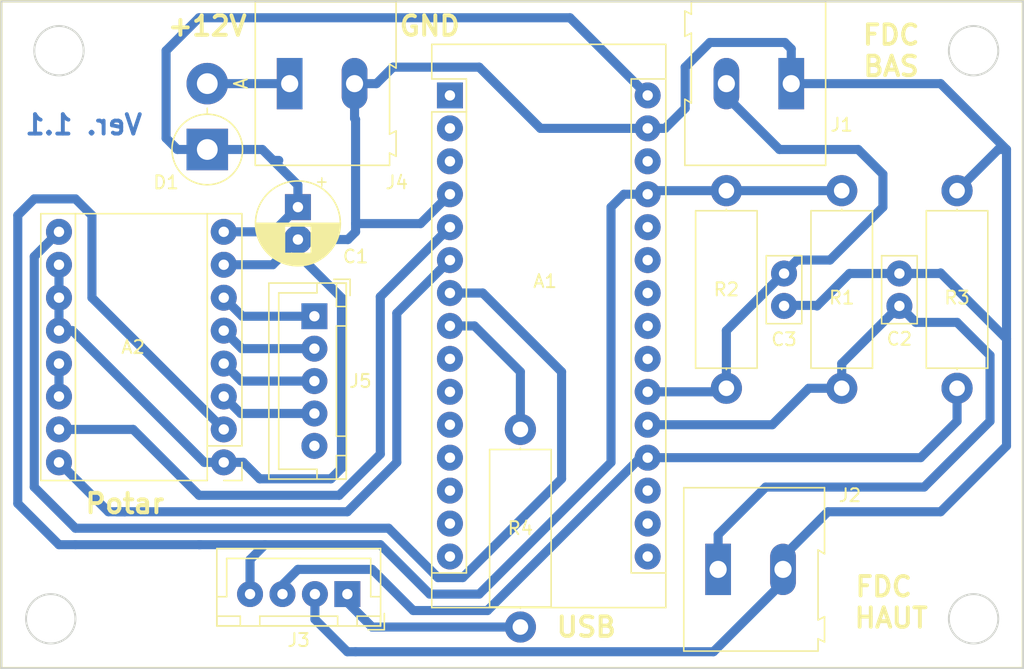
<source format=kicad_pcb>
(kicad_pcb (version 20171130) (host pcbnew "(5.0.2)-1")

  (general
    (thickness 1.6)
    (drawings 19)
    (tracks 169)
    (zones 0)
    (modules 15)
    (nets 38)
  )

  (page A4)
  (layers
    (0 F.Cu signal hide)
    (31 B.Cu signal)
    (32 B.Adhes user)
    (33 F.Adhes user)
    (34 B.Paste user hide)
    (35 F.Paste user hide)
    (36 B.SilkS user hide)
    (37 F.SilkS user)
    (38 B.Mask user hide)
    (39 F.Mask user)
    (40 Dwgs.User user)
    (41 Cmts.User user)
    (42 Eco1.User user)
    (43 Eco2.User user hide)
    (44 Edge.Cuts user hide)
    (45 Margin user hide)
    (46 B.CrtYd user hide)
    (47 F.CrtYd user hide)
    (48 B.Fab user hide)
    (49 F.Fab user hide)
  )

  (setup
    (last_trace_width 0.7)
    (trace_clearance 0.2)
    (zone_clearance 0.508)
    (zone_45_only no)
    (trace_min 0.2)
    (segment_width 0.2)
    (edge_width 0.15)
    (via_size 0.8)
    (via_drill 0.4)
    (via_min_size 0.4)
    (via_min_drill 0.3)
    (uvia_size 0.3)
    (uvia_drill 0.1)
    (uvias_allowed no)
    (uvia_min_size 0.2)
    (uvia_min_drill 0.1)
    (pcb_text_width 0.3)
    (pcb_text_size 1.5 1.5)
    (mod_edge_width 0.15)
    (mod_text_size 1 1)
    (mod_text_width 0.15)
    (pad_size 2.2 2.2)
    (pad_drill 0.8)
    (pad_to_mask_clearance 0.051)
    (solder_mask_min_width 0.25)
    (aux_axis_origin 0 0)
    (visible_elements 7FFFFFFF)
    (pcbplotparams
      (layerselection 0x010fc_ffffffff)
      (usegerberextensions false)
      (usegerberattributes false)
      (usegerberadvancedattributes false)
      (creategerberjobfile false)
      (excludeedgelayer true)
      (linewidth 0.100000)
      (plotframeref false)
      (viasonmask false)
      (mode 1)
      (useauxorigin false)
      (hpglpennumber 1)
      (hpglpenspeed 20)
      (hpglpendiameter 15.000000)
      (psnegative false)
      (psa4output false)
      (plotreference true)
      (plotvalue true)
      (plotinvisibletext false)
      (padsonsilk false)
      (subtractmaskfromsilk false)
      (outputformat 1)
      (mirror false)
      (drillshape 1)
      (scaleselection 1)
      (outputdirectory ""))
  )

  (net 0 "")
  (net 1 "Net-(A1-Pad1)")
  (net 2 "Net-(A1-Pad17)")
  (net 3 "Net-(A1-Pad2)")
  (net 4 "Net-(A1-Pad18)")
  (net 5 "Net-(A1-Pad3)")
  (net 6 GND)
  (net 7 "Net-(A1-Pad22)")
  (net 8 "Net-(A1-Pad23)")
  (net 9 "Net-(A1-Pad24)")
  (net 10 "Net-(A1-Pad25)")
  (net 11 "Net-(A1-Pad26)")
  (net 12 "Net-(A1-Pad11)")
  (net 13 +5V)
  (net 14 "Net-(A1-Pad12)")
  (net 15 "Net-(A1-Pad28)")
  (net 16 "Net-(A1-Pad13)")
  (net 17 "Net-(A1-Pad14)")
  (net 18 +12V)
  (net 19 "Net-(A1-Pad15)")
  (net 20 "Net-(A1-Pad16)")
  (net 21 1B)
  (net 22 1A)
  (net 23 2A)
  (net 24 "Net-(A2-Pad13)")
  (net 25 2B)
  (net 26 "Net-(J5-Pad5)")
  (net 27 "Net-(A1-Pad9)")
  (net 28 "Net-(A1-Pad10)")
  (net 29 "Net-(J3-Pad1)")
  (net 30 PhotoResistance)
  (net 31 FdcHaut)
  (net 32 Step)
  (net 33 FdcBas)
  (net 34 Dir.)
  (net 35 Enable)
  (net 36 LED)
  (net 37 "Net-(D1-Pad2)")

  (net_class Default "Ceci est la Netclass par défaut."
    (clearance 0.2)
    (trace_width 0.7)
    (via_dia 0.8)
    (via_drill 0.4)
    (uvia_dia 0.3)
    (uvia_drill 0.1)
    (add_net +12V)
    (add_net +5V)
    (add_net 1A)
    (add_net 1B)
    (add_net 2A)
    (add_net 2B)
    (add_net Dir.)
    (add_net Enable)
    (add_net FdcBas)
    (add_net FdcHaut)
    (add_net GND)
    (add_net LED)
    (add_net "Net-(A1-Pad1)")
    (add_net "Net-(A1-Pad10)")
    (add_net "Net-(A1-Pad11)")
    (add_net "Net-(A1-Pad12)")
    (add_net "Net-(A1-Pad13)")
    (add_net "Net-(A1-Pad14)")
    (add_net "Net-(A1-Pad15)")
    (add_net "Net-(A1-Pad16)")
    (add_net "Net-(A1-Pad17)")
    (add_net "Net-(A1-Pad18)")
    (add_net "Net-(A1-Pad2)")
    (add_net "Net-(A1-Pad22)")
    (add_net "Net-(A1-Pad23)")
    (add_net "Net-(A1-Pad24)")
    (add_net "Net-(A1-Pad25)")
    (add_net "Net-(A1-Pad26)")
    (add_net "Net-(A1-Pad28)")
    (add_net "Net-(A1-Pad3)")
    (add_net "Net-(A1-Pad9)")
    (add_net "Net-(A2-Pad13)")
    (add_net "Net-(D1-Pad2)")
    (add_net "Net-(J3-Pad1)")
    (add_net "Net-(J5-Pad5)")
    (add_net PhotoResistance)
    (add_net Step)
  )

  (module Module:Arduino_Nano (layer F.Cu) (tedit 5CA4B534) (tstamp 5C87B4E4)
    (at 110.775001 59.965001)
    (descr "Arduino Nano, http://www.mouser.com/pdfdocs/Gravitech_Arduino_Nano3_0.pdf")
    (tags "Arduino Nano")
    (path /5C83E8FD)
    (fp_text reference A1 (at 7.334999 14.329999 180) (layer F.SilkS)
      (effects (font (size 1 1) (thickness 0.15)))
    )
    (fp_text value Arduino_Nano_v3.x (at 8.89 19.05 90) (layer F.Fab)
      (effects (font (size 1 1) (thickness 0.15)))
    )
    (fp_text user %R (at 6.35 19.05 90) (layer F.Fab)
      (effects (font (size 1 1) (thickness 0.15)))
    )
    (fp_line (start 1.27 1.27) (end 1.27 -1.27) (layer F.SilkS) (width 0.12))
    (fp_line (start 1.27 -1.27) (end -1.4 -1.27) (layer F.SilkS) (width 0.12))
    (fp_line (start -1.4 1.27) (end -1.4 39.5) (layer F.SilkS) (width 0.12))
    (fp_line (start -1.4 -3.94) (end -1.4 -1.27) (layer F.SilkS) (width 0.12))
    (fp_line (start 13.97 -1.27) (end 16.64 -1.27) (layer F.SilkS) (width 0.12))
    (fp_line (start 13.97 -1.27) (end 13.97 36.83) (layer F.SilkS) (width 0.12))
    (fp_line (start 13.97 36.83) (end 16.64 36.83) (layer F.SilkS) (width 0.12))
    (fp_line (start 1.27 1.27) (end -1.4 1.27) (layer F.SilkS) (width 0.12))
    (fp_line (start 1.27 1.27) (end 1.27 36.83) (layer F.SilkS) (width 0.12))
    (fp_line (start 1.27 36.83) (end -1.4 36.83) (layer F.SilkS) (width 0.12))
    (fp_line (start 3.81 31.75) (end 11.43 31.75) (layer F.Fab) (width 0.1))
    (fp_line (start 11.43 31.75) (end 11.43 41.91) (layer F.Fab) (width 0.1))
    (fp_line (start 11.43 41.91) (end 3.81 41.91) (layer F.Fab) (width 0.1))
    (fp_line (start 3.81 41.91) (end 3.81 31.75) (layer F.Fab) (width 0.1))
    (fp_line (start -1.4 39.5) (end 16.64 39.5) (layer F.SilkS) (width 0.12))
    (fp_line (start 16.64 39.5) (end 16.64 -3.94) (layer F.SilkS) (width 0.12))
    (fp_line (start 16.64 -3.94) (end -1.4 -3.94) (layer F.SilkS) (width 0.12))
    (fp_line (start 16.51 39.37) (end -1.27 39.37) (layer F.Fab) (width 0.1))
    (fp_line (start -1.27 39.37) (end -1.27 -2.54) (layer F.Fab) (width 0.1))
    (fp_line (start -1.27 -2.54) (end 0 -3.81) (layer F.Fab) (width 0.1))
    (fp_line (start 0 -3.81) (end 16.51 -3.81) (layer F.Fab) (width 0.1))
    (fp_line (start 16.51 -3.81) (end 16.51 39.37) (layer F.Fab) (width 0.1))
    (fp_line (start -1.53 -4.06) (end 16.75 -4.06) (layer F.CrtYd) (width 0.05))
    (fp_line (start -1.53 -4.06) (end -1.53 42.16) (layer F.CrtYd) (width 0.05))
    (fp_line (start 16.75 42.16) (end 16.75 -4.06) (layer F.CrtYd) (width 0.05))
    (fp_line (start 16.75 42.16) (end -1.53 42.16) (layer F.CrtYd) (width 0.05))
    (pad 1 thru_hole rect (at 0 0) (size 2 2) (drill 0.8) (layers *.Cu *.Mask)
      (net 1 "Net-(A1-Pad1)"))
    (pad 17 thru_hole oval (at 15.24 33.02) (size 2 2) (drill 0.8) (layers *.Cu *.Mask)
      (net 2 "Net-(A1-Pad17)"))
    (pad 2 thru_hole oval (at 0 2.54) (size 2 2) (drill 0.8) (layers *.Cu *.Mask)
      (net 3 "Net-(A1-Pad2)"))
    (pad 18 thru_hole oval (at 15.24 30.48) (size 2 2) (drill 0.8) (layers *.Cu *.Mask)
      (net 4 "Net-(A1-Pad18)"))
    (pad 3 thru_hole oval (at 0 5.08) (size 2 2) (drill 0.8) (layers *.Cu *.Mask)
      (net 5 "Net-(A1-Pad3)"))
    (pad 19 thru_hole oval (at 15.24 27.94) (size 2 2) (drill 0.8) (layers *.Cu *.Mask)
      (net 30 PhotoResistance))
    (pad 4 thru_hole oval (at 0 7.62) (size 2 2) (drill 0.8) (layers *.Cu *.Mask)
      (net 6 GND))
    (pad 20 thru_hole oval (at 15.24 25.4) (size 2 2) (drill 0.8) (layers *.Cu *.Mask)
      (net 31 FdcHaut))
    (pad 5 thru_hole oval (at 0 10.16) (size 2 2) (drill 0.8) (layers *.Cu *.Mask)
      (net 32 Step))
    (pad 21 thru_hole oval (at 15.24 22.86) (size 2 2) (drill 0.8) (layers *.Cu *.Mask)
      (net 33 FdcBas))
    (pad 6 thru_hole oval (at 0 12.7) (size 2 2) (drill 0.8) (layers *.Cu *.Mask)
      (net 34 Dir.))
    (pad 22 thru_hole oval (at 15.24 20.32) (size 2 2) (drill 0.8) (layers *.Cu *.Mask)
      (net 7 "Net-(A1-Pad22)"))
    (pad 7 thru_hole oval (at 0 15.24) (size 2 2) (drill 0.8) (layers *.Cu *.Mask)
      (net 35 Enable))
    (pad 23 thru_hole oval (at 15.24 17.78) (size 2 2) (drill 0.8) (layers *.Cu *.Mask)
      (net 8 "Net-(A1-Pad23)"))
    (pad 8 thru_hole oval (at 0 17.78) (size 2 2) (drill 0.8) (layers *.Cu *.Mask)
      (net 36 LED))
    (pad 24 thru_hole oval (at 15.24 15.24) (size 2 2) (drill 0.8) (layers *.Cu *.Mask)
      (net 9 "Net-(A1-Pad24)"))
    (pad 9 thru_hole oval (at 0 20.32) (size 2 2) (drill 0.8) (layers *.Cu *.Mask)
      (net 27 "Net-(A1-Pad9)"))
    (pad 25 thru_hole oval (at 15.24 12.7) (size 2 2) (drill 0.8) (layers *.Cu *.Mask)
      (net 10 "Net-(A1-Pad25)"))
    (pad 10 thru_hole oval (at 0 22.86) (size 2 2) (drill 0.8) (layers *.Cu *.Mask)
      (net 28 "Net-(A1-Pad10)"))
    (pad 26 thru_hole oval (at 15.24 10.16) (size 2 2) (drill 0.8) (layers *.Cu *.Mask)
      (net 11 "Net-(A1-Pad26)"))
    (pad 11 thru_hole oval (at 0 25.4) (size 2 2) (drill 0.8) (layers *.Cu *.Mask)
      (net 12 "Net-(A1-Pad11)"))
    (pad 27 thru_hole oval (at 15.24 7.62) (size 2 2) (drill 0.8) (layers *.Cu *.Mask)
      (net 13 +5V))
    (pad 12 thru_hole oval (at 0 27.94) (size 2 2) (drill 0.8) (layers *.Cu *.Mask)
      (net 14 "Net-(A1-Pad12)"))
    (pad 28 thru_hole oval (at 15.24 5.08) (size 2 2) (drill 0.8) (layers *.Cu *.Mask)
      (net 15 "Net-(A1-Pad28)"))
    (pad 13 thru_hole oval (at 0 30.48) (size 2 2) (drill 0.8) (layers *.Cu *.Mask)
      (net 16 "Net-(A1-Pad13)"))
    (pad 29 thru_hole oval (at 15.24 2.54) (size 2 2) (drill 0.8) (layers *.Cu *.Mask)
      (net 6 GND))
    (pad 14 thru_hole oval (at 0 33.02) (size 2 2) (drill 0.8) (layers *.Cu *.Mask)
      (net 17 "Net-(A1-Pad14)"))
    (pad 30 thru_hole oval (at 15.24 0) (size 2 2) (drill 0.8) (layers *.Cu *.Mask)
      (net 18 +12V))
    (pad 15 thru_hole oval (at 0 35.56) (size 2 2) (drill 0.8) (layers *.Cu *.Mask)
      (net 19 "Net-(A1-Pad15)"))
    (pad 16 thru_hole oval (at 15.24 35.56) (size 2 2) (drill 0.8) (layers *.Cu *.Mask)
      (net 20 "Net-(A1-Pad16)"))
    (model ${KISYS3DMOD}/Module.3dshapes/Arduino_Nano_WithMountingHoles.wrl
      (at (xyz 0 0 0))
      (scale (xyz 1 1 1))
      (rotate (xyz 0 0 0))
    )
  )

  (module Module:Pololu_Breakout-16_15.2x20.3mm (layer F.Cu) (tedit 58AB602C) (tstamp 5C87B50C)
    (at 93.345 88.265 180)
    (descr "Pololu Breakout 16-pin 15.2x20.3mm 0.6x0.8\\")
    (tags "Pololu Breakout")
    (path /5C83E9CD)
    (fp_text reference A2 (at 6.985 8.89 180) (layer F.SilkS)
      (effects (font (size 1 1) (thickness 0.15)))
    )
    (fp_text value A4988 (at 6.35 20.17 180) (layer F.Fab)
      (effects (font (size 1 1) (thickness 0.15)))
    )
    (fp_text user %R (at 6.35 0 180) (layer F.Fab)
      (effects (font (size 1 1) (thickness 0.15)))
    )
    (fp_line (start 11.43 -1.4) (end 11.43 19.18) (layer F.SilkS) (width 0.12))
    (fp_line (start 1.27 1.27) (end 1.27 19.18) (layer F.SilkS) (width 0.12))
    (fp_line (start 0 -1.4) (end -1.4 -1.4) (layer F.SilkS) (width 0.12))
    (fp_line (start -1.4 -1.4) (end -1.4 0) (layer F.SilkS) (width 0.12))
    (fp_line (start 1.27 -1.4) (end 1.27 1.27) (layer F.SilkS) (width 0.12))
    (fp_line (start 1.27 1.27) (end -1.4 1.27) (layer F.SilkS) (width 0.12))
    (fp_line (start -1.4 1.27) (end -1.4 19.18) (layer F.SilkS) (width 0.12))
    (fp_line (start -1.4 19.18) (end 14.1 19.18) (layer F.SilkS) (width 0.12))
    (fp_line (start 14.1 19.18) (end 14.1 -1.4) (layer F.SilkS) (width 0.12))
    (fp_line (start 14.1 -1.4) (end 1.27 -1.4) (layer F.SilkS) (width 0.12))
    (fp_line (start -1.27 0) (end 0 -1.27) (layer F.Fab) (width 0.1))
    (fp_line (start 0 -1.27) (end 13.97 -1.27) (layer F.Fab) (width 0.1))
    (fp_line (start 13.97 -1.27) (end 13.97 19.05) (layer F.Fab) (width 0.1))
    (fp_line (start 13.97 19.05) (end -1.27 19.05) (layer F.Fab) (width 0.1))
    (fp_line (start -1.27 19.05) (end -1.27 0) (layer F.Fab) (width 0.1))
    (fp_line (start -1.53 -1.52) (end 14.21 -1.52) (layer F.CrtYd) (width 0.05))
    (fp_line (start -1.53 -1.52) (end -1.53 19.3) (layer F.CrtYd) (width 0.05))
    (fp_line (start 14.21 19.3) (end 14.21 -1.52) (layer F.CrtYd) (width 0.05))
    (fp_line (start 14.21 19.3) (end -1.53 19.3) (layer F.CrtYd) (width 0.05))
    (pad 1 thru_hole oval (at 0 0 180) (size 2 2) (drill 0.8) (layers *.Cu *.Mask)
      (net 6 GND))
    (pad 9 thru_hole oval (at 12.7 17.78 180) (size 2 2) (drill 0.8) (layers *.Cu *.Mask)
      (net 35 Enable))
    (pad 2 thru_hole oval (at 0 2.54 180) (size 2 2) (drill 0.8) (layers *.Cu *.Mask)
      (net 13 +5V))
    (pad 10 thru_hole oval (at 12.7 15.24 180) (size 2 2) (drill 0.8) (layers *.Cu *.Mask)
      (net 6 GND))
    (pad 3 thru_hole oval (at 0 5.08 180) (size 2 2) (drill 0.8) (layers *.Cu *.Mask)
      (net 21 1B))
    (pad 11 thru_hole oval (at 12.7 12.7 180) (size 2 2) (drill 0.8) (layers *.Cu *.Mask)
      (net 6 GND))
    (pad 4 thru_hole oval (at 0 7.62 180) (size 2 2) (drill 0.8) (layers *.Cu *.Mask)
      (net 23 2A))
    (pad 12 thru_hole oval (at 12.7 10.16 180) (size 2 2) (drill 0.8) (layers *.Cu *.Mask)
      (net 6 GND))
    (pad 5 thru_hole oval (at 0 10.16 180) (size 2 2) (drill 0.8) (layers *.Cu *.Mask)
      (net 22 1A))
    (pad 13 thru_hole oval (at 12.7 7.62 180) (size 2 2) (drill 0.8) (layers *.Cu *.Mask)
      (net 24 "Net-(A2-Pad13)"))
    (pad 6 thru_hole oval (at 0 12.7 180) (size 2 2) (drill 0.8) (layers *.Cu *.Mask)
      (net 25 2B))
    (pad 14 thru_hole oval (at 12.7 5.08 180) (size 2 2) (drill 0.8) (layers *.Cu *.Mask)
      (net 24 "Net-(A2-Pad13)"))
    (pad 7 thru_hole oval (at 0 15.24 180) (size 2 2) (drill 0.8) (layers *.Cu *.Mask)
      (net 6 GND))
    (pad 15 thru_hole oval (at 12.7 2.54 180) (size 2 2) (drill 0.8) (layers *.Cu *.Mask)
      (net 32 Step))
    (pad 8 thru_hole oval (at 0 17.78 180) (size 2 2) (drill 0.8) (layers *.Cu *.Mask)
      (net 18 +12V))
    (pad 16 thru_hole oval (at 12.7 0 180) (size 2 2) (drill 0.8) (layers *.Cu *.Mask)
      (net 34 Dir.))
    (model ${KISYS3DMOD}/Module.3dshapes/Pololu_Breakout-16_15.2x20.3mm.wrl
      (at (xyz 0 0 0))
      (scale (xyz 1 1 1))
      (rotate (xyz 0 0 0))
    )
  )

  (module Capacitor_THT:CP_Radial_D6.3mm_P2.50mm (layer F.Cu) (tedit 5CE7A8EA) (tstamp 5C87B5A0)
    (at 99.06 68.58 270)
    (descr "CP, Radial series, Radial, pin pitch=2.50mm, , diameter=6.3mm, Electrolytic Capacitor")
    (tags "CP Radial series Radial pin pitch 2.50mm  diameter 6.3mm Electrolytic Capacitor")
    (path /5C8416D8)
    (fp_text reference C1 (at 3.81 -4.445) (layer F.SilkS)
      (effects (font (size 1 1) (thickness 0.15)))
    )
    (fp_text value "100uF 25V" (at 1.25 4.4 270) (layer F.Fab)
      (effects (font (size 1 1) (thickness 0.15)))
    )
    (fp_circle (center 1.25 0) (end 4.4 0) (layer F.Fab) (width 0.1))
    (fp_circle (center 1.25 0) (end 4.52 0) (layer F.SilkS) (width 0.12))
    (fp_circle (center 1.25 0) (end 4.65 0) (layer F.CrtYd) (width 0.05))
    (fp_line (start -1.443972 -1.3735) (end -0.813972 -1.3735) (layer F.Fab) (width 0.1))
    (fp_line (start -1.128972 -1.6885) (end -1.128972 -1.0585) (layer F.Fab) (width 0.1))
    (fp_line (start 1.25 -3.23) (end 1.25 3.23) (layer F.SilkS) (width 0.12))
    (fp_line (start 1.29 -3.23) (end 1.29 3.23) (layer F.SilkS) (width 0.12))
    (fp_line (start 1.33 -3.23) (end 1.33 3.23) (layer F.SilkS) (width 0.12))
    (fp_line (start 1.37 -3.228) (end 1.37 3.228) (layer F.SilkS) (width 0.12))
    (fp_line (start 1.41 -3.227) (end 1.41 3.227) (layer F.SilkS) (width 0.12))
    (fp_line (start 1.45 -3.224) (end 1.45 3.224) (layer F.SilkS) (width 0.12))
    (fp_line (start 1.49 -3.222) (end 1.49 -1.04) (layer F.SilkS) (width 0.12))
    (fp_line (start 1.49 1.04) (end 1.49 3.222) (layer F.SilkS) (width 0.12))
    (fp_line (start 1.53 -3.218) (end 1.53 -1.04) (layer F.SilkS) (width 0.12))
    (fp_line (start 1.53 1.04) (end 1.53 3.218) (layer F.SilkS) (width 0.12))
    (fp_line (start 1.57 -3.215) (end 1.57 -1.04) (layer F.SilkS) (width 0.12))
    (fp_line (start 1.57 1.04) (end 1.57 3.215) (layer F.SilkS) (width 0.12))
    (fp_line (start 1.61 -3.211) (end 1.61 -1.04) (layer F.SilkS) (width 0.12))
    (fp_line (start 1.61 1.04) (end 1.61 3.211) (layer F.SilkS) (width 0.12))
    (fp_line (start 1.65 -3.206) (end 1.65 -1.04) (layer F.SilkS) (width 0.12))
    (fp_line (start 1.65 1.04) (end 1.65 3.206) (layer F.SilkS) (width 0.12))
    (fp_line (start 1.69 -3.201) (end 1.69 -1.04) (layer F.SilkS) (width 0.12))
    (fp_line (start 1.69 1.04) (end 1.69 3.201) (layer F.SilkS) (width 0.12))
    (fp_line (start 1.73 -3.195) (end 1.73 -1.04) (layer F.SilkS) (width 0.12))
    (fp_line (start 1.73 1.04) (end 1.73 3.195) (layer F.SilkS) (width 0.12))
    (fp_line (start 1.77 -3.189) (end 1.77 -1.04) (layer F.SilkS) (width 0.12))
    (fp_line (start 1.77 1.04) (end 1.77 3.189) (layer F.SilkS) (width 0.12))
    (fp_line (start 1.81 -3.182) (end 1.81 -1.04) (layer F.SilkS) (width 0.12))
    (fp_line (start 1.81 1.04) (end 1.81 3.182) (layer F.SilkS) (width 0.12))
    (fp_line (start 1.85 -3.175) (end 1.85 -1.04) (layer F.SilkS) (width 0.12))
    (fp_line (start 1.85 1.04) (end 1.85 3.175) (layer F.SilkS) (width 0.12))
    (fp_line (start 1.89 -3.167) (end 1.89 -1.04) (layer F.SilkS) (width 0.12))
    (fp_line (start 1.89 1.04) (end 1.89 3.167) (layer F.SilkS) (width 0.12))
    (fp_line (start 1.93 -3.159) (end 1.93 -1.04) (layer F.SilkS) (width 0.12))
    (fp_line (start 1.93 1.04) (end 1.93 3.159) (layer F.SilkS) (width 0.12))
    (fp_line (start 1.971 -3.15) (end 1.971 -1.04) (layer F.SilkS) (width 0.12))
    (fp_line (start 1.971 1.04) (end 1.971 3.15) (layer F.SilkS) (width 0.12))
    (fp_line (start 2.011 -3.141) (end 2.011 -1.04) (layer F.SilkS) (width 0.12))
    (fp_line (start 2.011 1.04) (end 2.011 3.141) (layer F.SilkS) (width 0.12))
    (fp_line (start 2.051 -3.131) (end 2.051 -1.04) (layer F.SilkS) (width 0.12))
    (fp_line (start 2.051 1.04) (end 2.051 3.131) (layer F.SilkS) (width 0.12))
    (fp_line (start 2.091 -3.121) (end 2.091 -1.04) (layer F.SilkS) (width 0.12))
    (fp_line (start 2.091 1.04) (end 2.091 3.121) (layer F.SilkS) (width 0.12))
    (fp_line (start 2.131 -3.11) (end 2.131 -1.04) (layer F.SilkS) (width 0.12))
    (fp_line (start 2.131 1.04) (end 2.131 3.11) (layer F.SilkS) (width 0.12))
    (fp_line (start 2.171 -3.098) (end 2.171 -1.04) (layer F.SilkS) (width 0.12))
    (fp_line (start 2.171 1.04) (end 2.171 3.098) (layer F.SilkS) (width 0.12))
    (fp_line (start 2.211 -3.086) (end 2.211 -1.04) (layer F.SilkS) (width 0.12))
    (fp_line (start 2.211 1.04) (end 2.211 3.086) (layer F.SilkS) (width 0.12))
    (fp_line (start 2.251 -3.074) (end 2.251 -1.04) (layer F.SilkS) (width 0.12))
    (fp_line (start 2.251 1.04) (end 2.251 3.074) (layer F.SilkS) (width 0.12))
    (fp_line (start 2.291 -3.061) (end 2.291 -1.04) (layer F.SilkS) (width 0.12))
    (fp_line (start 2.291 1.04) (end 2.291 3.061) (layer F.SilkS) (width 0.12))
    (fp_line (start 2.331 -3.047) (end 2.331 -1.04) (layer F.SilkS) (width 0.12))
    (fp_line (start 2.331 1.04) (end 2.331 3.047) (layer F.SilkS) (width 0.12))
    (fp_line (start 2.371 -3.033) (end 2.371 -1.04) (layer F.SilkS) (width 0.12))
    (fp_line (start 2.371 1.04) (end 2.371 3.033) (layer F.SilkS) (width 0.12))
    (fp_line (start 2.411 -3.018) (end 2.411 -1.04) (layer F.SilkS) (width 0.12))
    (fp_line (start 2.411 1.04) (end 2.411 3.018) (layer F.SilkS) (width 0.12))
    (fp_line (start 2.451 -3.002) (end 2.451 -1.04) (layer F.SilkS) (width 0.12))
    (fp_line (start 2.451 1.04) (end 2.451 3.002) (layer F.SilkS) (width 0.12))
    (fp_line (start 2.491 -2.986) (end 2.491 -1.04) (layer F.SilkS) (width 0.12))
    (fp_line (start 2.491 1.04) (end 2.491 2.986) (layer F.SilkS) (width 0.12))
    (fp_line (start 2.531 -2.97) (end 2.531 -1.04) (layer F.SilkS) (width 0.12))
    (fp_line (start 2.531 1.04) (end 2.531 2.97) (layer F.SilkS) (width 0.12))
    (fp_line (start 2.571 -2.952) (end 2.571 -1.04) (layer F.SilkS) (width 0.12))
    (fp_line (start 2.571 1.04) (end 2.571 2.952) (layer F.SilkS) (width 0.12))
    (fp_line (start 2.611 -2.934) (end 2.611 -1.04) (layer F.SilkS) (width 0.12))
    (fp_line (start 2.611 1.04) (end 2.611 2.934) (layer F.SilkS) (width 0.12))
    (fp_line (start 2.651 -2.916) (end 2.651 -1.04) (layer F.SilkS) (width 0.12))
    (fp_line (start 2.651 1.04) (end 2.651 2.916) (layer F.SilkS) (width 0.12))
    (fp_line (start 2.691 -2.896) (end 2.691 -1.04) (layer F.SilkS) (width 0.12))
    (fp_line (start 2.691 1.04) (end 2.691 2.896) (layer F.SilkS) (width 0.12))
    (fp_line (start 2.731 -2.876) (end 2.731 -1.04) (layer F.SilkS) (width 0.12))
    (fp_line (start 2.731 1.04) (end 2.731 2.876) (layer F.SilkS) (width 0.12))
    (fp_line (start 2.771 -2.856) (end 2.771 -1.04) (layer F.SilkS) (width 0.12))
    (fp_line (start 2.771 1.04) (end 2.771 2.856) (layer F.SilkS) (width 0.12))
    (fp_line (start 2.811 -2.834) (end 2.811 -1.04) (layer F.SilkS) (width 0.12))
    (fp_line (start 2.811 1.04) (end 2.811 2.834) (layer F.SilkS) (width 0.12))
    (fp_line (start 2.851 -2.812) (end 2.851 -1.04) (layer F.SilkS) (width 0.12))
    (fp_line (start 2.851 1.04) (end 2.851 2.812) (layer F.SilkS) (width 0.12))
    (fp_line (start 2.891 -2.79) (end 2.891 -1.04) (layer F.SilkS) (width 0.12))
    (fp_line (start 2.891 1.04) (end 2.891 2.79) (layer F.SilkS) (width 0.12))
    (fp_line (start 2.931 -2.766) (end 2.931 -1.04) (layer F.SilkS) (width 0.12))
    (fp_line (start 2.931 1.04) (end 2.931 2.766) (layer F.SilkS) (width 0.12))
    (fp_line (start 2.971 -2.742) (end 2.971 -1.04) (layer F.SilkS) (width 0.12))
    (fp_line (start 2.971 1.04) (end 2.971 2.742) (layer F.SilkS) (width 0.12))
    (fp_line (start 3.011 -2.716) (end 3.011 -1.04) (layer F.SilkS) (width 0.12))
    (fp_line (start 3.011 1.04) (end 3.011 2.716) (layer F.SilkS) (width 0.12))
    (fp_line (start 3.051 -2.69) (end 3.051 -1.04) (layer F.SilkS) (width 0.12))
    (fp_line (start 3.051 1.04) (end 3.051 2.69) (layer F.SilkS) (width 0.12))
    (fp_line (start 3.091 -2.664) (end 3.091 -1.04) (layer F.SilkS) (width 0.12))
    (fp_line (start 3.091 1.04) (end 3.091 2.664) (layer F.SilkS) (width 0.12))
    (fp_line (start 3.131 -2.636) (end 3.131 -1.04) (layer F.SilkS) (width 0.12))
    (fp_line (start 3.131 1.04) (end 3.131 2.636) (layer F.SilkS) (width 0.12))
    (fp_line (start 3.171 -2.607) (end 3.171 -1.04) (layer F.SilkS) (width 0.12))
    (fp_line (start 3.171 1.04) (end 3.171 2.607) (layer F.SilkS) (width 0.12))
    (fp_line (start 3.211 -2.578) (end 3.211 -1.04) (layer F.SilkS) (width 0.12))
    (fp_line (start 3.211 1.04) (end 3.211 2.578) (layer F.SilkS) (width 0.12))
    (fp_line (start 3.251 -2.548) (end 3.251 -1.04) (layer F.SilkS) (width 0.12))
    (fp_line (start 3.251 1.04) (end 3.251 2.548) (layer F.SilkS) (width 0.12))
    (fp_line (start 3.291 -2.516) (end 3.291 -1.04) (layer F.SilkS) (width 0.12))
    (fp_line (start 3.291 1.04) (end 3.291 2.516) (layer F.SilkS) (width 0.12))
    (fp_line (start 3.331 -2.484) (end 3.331 -1.04) (layer F.SilkS) (width 0.12))
    (fp_line (start 3.331 1.04) (end 3.331 2.484) (layer F.SilkS) (width 0.12))
    (fp_line (start 3.371 -2.45) (end 3.371 -1.04) (layer F.SilkS) (width 0.12))
    (fp_line (start 3.371 1.04) (end 3.371 2.45) (layer F.SilkS) (width 0.12))
    (fp_line (start 3.411 -2.416) (end 3.411 -1.04) (layer F.SilkS) (width 0.12))
    (fp_line (start 3.411 1.04) (end 3.411 2.416) (layer F.SilkS) (width 0.12))
    (fp_line (start 3.451 -2.38) (end 3.451 -1.04) (layer F.SilkS) (width 0.12))
    (fp_line (start 3.451 1.04) (end 3.451 2.38) (layer F.SilkS) (width 0.12))
    (fp_line (start 3.491 -2.343) (end 3.491 -1.04) (layer F.SilkS) (width 0.12))
    (fp_line (start 3.491 1.04) (end 3.491 2.343) (layer F.SilkS) (width 0.12))
    (fp_line (start 3.531 -2.305) (end 3.531 -1.04) (layer F.SilkS) (width 0.12))
    (fp_line (start 3.531 1.04) (end 3.531 2.305) (layer F.SilkS) (width 0.12))
    (fp_line (start 3.571 -2.265) (end 3.571 2.265) (layer F.SilkS) (width 0.12))
    (fp_line (start 3.611 -2.224) (end 3.611 2.224) (layer F.SilkS) (width 0.12))
    (fp_line (start 3.651 -2.182) (end 3.651 2.182) (layer F.SilkS) (width 0.12))
    (fp_line (start 3.691 -2.137) (end 3.691 2.137) (layer F.SilkS) (width 0.12))
    (fp_line (start 3.731 -2.092) (end 3.731 2.092) (layer F.SilkS) (width 0.12))
    (fp_line (start 3.771 -2.044) (end 3.771 2.044) (layer F.SilkS) (width 0.12))
    (fp_line (start 3.811 -1.995) (end 3.811 1.995) (layer F.SilkS) (width 0.12))
    (fp_line (start 3.851 -1.944) (end 3.851 1.944) (layer F.SilkS) (width 0.12))
    (fp_line (start 3.891 -1.89) (end 3.891 1.89) (layer F.SilkS) (width 0.12))
    (fp_line (start 3.931 -1.834) (end 3.931 1.834) (layer F.SilkS) (width 0.12))
    (fp_line (start 3.971 -1.776) (end 3.971 1.776) (layer F.SilkS) (width 0.12))
    (fp_line (start 4.011 -1.714) (end 4.011 1.714) (layer F.SilkS) (width 0.12))
    (fp_line (start 4.051 -1.65) (end 4.051 1.65) (layer F.SilkS) (width 0.12))
    (fp_line (start 4.091 -1.581) (end 4.091 1.581) (layer F.SilkS) (width 0.12))
    (fp_line (start 4.131 -1.509) (end 4.131 1.509) (layer F.SilkS) (width 0.12))
    (fp_line (start 4.171 -1.432) (end 4.171 1.432) (layer F.SilkS) (width 0.12))
    (fp_line (start 4.211 -1.35) (end 4.211 1.35) (layer F.SilkS) (width 0.12))
    (fp_line (start 4.251 -1.262) (end 4.251 1.262) (layer F.SilkS) (width 0.12))
    (fp_line (start 4.291 -1.165) (end 4.291 1.165) (layer F.SilkS) (width 0.12))
    (fp_line (start 4.331 -1.059) (end 4.331 1.059) (layer F.SilkS) (width 0.12))
    (fp_line (start 4.371 -0.94) (end 4.371 0.94) (layer F.SilkS) (width 0.12))
    (fp_line (start 4.411 -0.802) (end 4.411 0.802) (layer F.SilkS) (width 0.12))
    (fp_line (start 4.451 -0.633) (end 4.451 0.633) (layer F.SilkS) (width 0.12))
    (fp_line (start 4.491 -0.402) (end 4.491 0.402) (layer F.SilkS) (width 0.12))
    (fp_line (start -2.250241 -1.839) (end -1.620241 -1.839) (layer F.SilkS) (width 0.12))
    (fp_line (start -1.935241 -2.154) (end -1.935241 -1.524) (layer F.SilkS) (width 0.12))
    (fp_text user %R (at 1.25 0 270) (layer F.Fab)
      (effects (font (size 1 1) (thickness 0.15)))
    )
    (pad 1 thru_hole rect (at 0 0 270) (size 2 2) (drill 0.8) (layers *.Cu *.Mask)
      (net 18 +12V))
    (pad 2 thru_hole circle (at 2.5 0 270) (size 2.2 2.2) (drill 0.8) (layers *.Cu *.Mask)
      (net 6 GND))
    (model ${KISYS3DMOD}/Capacitor_THT.3dshapes/CP_Radial_D6.3mm_P2.50mm.wrl
      (at (xyz 0 0 0))
      (scale (xyz 1 1 1))
      (rotate (xyz 0 0 0))
    )
  )

  (module Capacitor_THT:C_Disc_D5.0mm_W2.5mm_P2.50mm (layer F.Cu) (tedit 5AE50EF0) (tstamp 5C87DC0C)
    (at 145.415 76.2 90)
    (descr "C, Disc series, Radial, pin pitch=2.50mm, , diameter*width=5*2.5mm^2, Capacitor, http://cdn-reichelt.de/documents/datenblatt/B300/DS_KERKO_TC.pdf")
    (tags "C Disc series Radial pin pitch 2.50mm  diameter 5mm width 2.5mm Capacitor")
    (path /5C857229)
    (fp_text reference C2 (at -2.54 0 180) (layer F.SilkS)
      (effects (font (size 1 1) (thickness 0.15)))
    )
    (fp_text value 10nF (at 1.25 2.5 90) (layer F.Fab)
      (effects (font (size 1 1) (thickness 0.15)))
    )
    (fp_line (start -1.25 -1.25) (end -1.25 1.25) (layer F.Fab) (width 0.1))
    (fp_line (start -1.25 1.25) (end 3.75 1.25) (layer F.Fab) (width 0.1))
    (fp_line (start 3.75 1.25) (end 3.75 -1.25) (layer F.Fab) (width 0.1))
    (fp_line (start 3.75 -1.25) (end -1.25 -1.25) (layer F.Fab) (width 0.1))
    (fp_line (start -1.37 -1.37) (end 3.87 -1.37) (layer F.SilkS) (width 0.12))
    (fp_line (start -1.37 1.37) (end 3.87 1.37) (layer F.SilkS) (width 0.12))
    (fp_line (start -1.37 -1.37) (end -1.37 1.37) (layer F.SilkS) (width 0.12))
    (fp_line (start 3.87 -1.37) (end 3.87 1.37) (layer F.SilkS) (width 0.12))
    (fp_line (start -1.5 -1.5) (end -1.5 1.5) (layer F.CrtYd) (width 0.05))
    (fp_line (start -1.5 1.5) (end 4 1.5) (layer F.CrtYd) (width 0.05))
    (fp_line (start 4 1.5) (end 4 -1.5) (layer F.CrtYd) (width 0.05))
    (fp_line (start 4 -1.5) (end -1.5 -1.5) (layer F.CrtYd) (width 0.05))
    (fp_text user %R (at 2.54 0 90) (layer F.Fab)
      (effects (font (size 1 1) (thickness 0.15)))
    )
    (pad 1 thru_hole oval (at 0 0 90) (size 2 2) (drill 0.8) (layers *.Cu *.Mask)
      (net 31 FdcHaut))
    (pad 2 thru_hole oval (at 2.5 0 90) (size 2 2) (drill 0.8) (layers *.Cu *.Mask)
      (net 6 GND))
    (model ${KISYS3DMOD}/Capacitor_THT.3dshapes/C_Disc_D5.0mm_W2.5mm_P2.50mm.wrl
      (at (xyz 0 0 0))
      (scale (xyz 1 1 1))
      (rotate (xyz 0 0 0))
    )
  )

  (module Capacitor_THT:C_Disc_D5.0mm_W2.5mm_P2.50mm (layer F.Cu) (tedit 5AE50EF0) (tstamp 5C87E49A)
    (at 136.525 73.7 270)
    (descr "C, Disc series, Radial, pin pitch=2.50mm, , diameter*width=5*2.5mm^2, Capacitor, http://cdn-reichelt.de/documents/datenblatt/B300/DS_KERKO_TC.pdf")
    (tags "C Disc series Radial pin pitch 2.50mm  diameter 5mm width 2.5mm Capacitor")
    (path /5C8563BC)
    (fp_text reference C3 (at 5.08 0) (layer F.SilkS)
      (effects (font (size 1 1) (thickness 0.15)))
    )
    (fp_text value 10nF (at 1.25 2.5 270) (layer F.Fab)
      (effects (font (size 1 1) (thickness 0.15)))
    )
    (fp_text user %R (at 1.25 0 270) (layer F.Fab)
      (effects (font (size 1 1) (thickness 0.15)))
    )
    (fp_line (start 4 -1.5) (end -1.5 -1.5) (layer F.CrtYd) (width 0.05))
    (fp_line (start 4 1.5) (end 4 -1.5) (layer F.CrtYd) (width 0.05))
    (fp_line (start -1.5 1.5) (end 4 1.5) (layer F.CrtYd) (width 0.05))
    (fp_line (start -1.5 -1.5) (end -1.5 1.5) (layer F.CrtYd) (width 0.05))
    (fp_line (start 3.87 -1.37) (end 3.87 1.37) (layer F.SilkS) (width 0.12))
    (fp_line (start -1.37 -1.37) (end -1.37 1.37) (layer F.SilkS) (width 0.12))
    (fp_line (start -1.37 1.37) (end 3.87 1.37) (layer F.SilkS) (width 0.12))
    (fp_line (start -1.37 -1.37) (end 3.87 -1.37) (layer F.SilkS) (width 0.12))
    (fp_line (start 3.75 -1.25) (end -1.25 -1.25) (layer F.Fab) (width 0.1))
    (fp_line (start 3.75 1.25) (end 3.75 -1.25) (layer F.Fab) (width 0.1))
    (fp_line (start -1.25 1.25) (end 3.75 1.25) (layer F.Fab) (width 0.1))
    (fp_line (start -1.25 -1.25) (end -1.25 1.25) (layer F.Fab) (width 0.1))
    (pad 2 thru_hole oval (at 2.5 0 270) (size 2 2) (drill 0.8) (layers *.Cu *.Mask)
      (net 6 GND))
    (pad 1 thru_hole oval (at 0 0 270) (size 2 2) (drill 0.8) (layers *.Cu *.Mask)
      (net 33 FdcBas))
    (model ${KISYS3DMOD}/Capacitor_THT.3dshapes/C_Disc_D5.0mm_W2.5mm_P2.50mm.wrl
      (at (xyz 0 0 0))
      (scale (xyz 1 1 1))
      (rotate (xyz 0 0 0))
    )
  )

  (module TerminalBlock:TerminalBlock_Altech_AK300-2_P5.00mm (layer F.Cu) (tedit 59FF0306) (tstamp 5C87B62D)
    (at 137.08 59.055 180)
    (descr "Altech AK300 terminal block, pitch 5.0mm, 45 degree angled, see http://www.mouser.com/ds/2/16/PCBMETRC-24178.pdf")
    (tags "Altech AK300 terminal block pitch 5.0mm")
    (path /5C8563B5)
    (fp_text reference J1 (at -3.89 -3.175 180) (layer F.SilkS)
      (effects (font (size 1 1) (thickness 0.15)))
    )
    (fp_text value FdcBas (at 2.78 7.75 180) (layer F.Fab)
      (effects (font (size 1 1) (thickness 0.15)))
    )
    (fp_text user %R (at 2.5 -2 180) (layer F.Fab)
      (effects (font (size 1 1) (thickness 0.15)))
    )
    (fp_line (start -2.65 -6.3) (end -2.65 6.3) (layer F.SilkS) (width 0.12))
    (fp_line (start -2.65 6.3) (end 7.7 6.3) (layer F.SilkS) (width 0.12))
    (fp_line (start 7.7 6.3) (end 7.7 5.35) (layer F.SilkS) (width 0.12))
    (fp_line (start 7.7 5.35) (end 8.2 5.6) (layer F.SilkS) (width 0.12))
    (fp_line (start 8.2 5.6) (end 8.2 3.7) (layer F.SilkS) (width 0.12))
    (fp_line (start 8.2 3.7) (end 8.2 3.65) (layer F.SilkS) (width 0.12))
    (fp_line (start 8.2 3.65) (end 7.7 3.9) (layer F.SilkS) (width 0.12))
    (fp_line (start 7.7 3.9) (end 7.7 -1.5) (layer F.SilkS) (width 0.12))
    (fp_line (start 7.7 -1.5) (end 8.2 -1.2) (layer F.SilkS) (width 0.12))
    (fp_line (start 8.2 -1.2) (end 8.2 -6.3) (layer F.SilkS) (width 0.12))
    (fp_line (start 8.2 -6.3) (end -2.65 -6.3) (layer F.SilkS) (width 0.12))
    (fp_line (start -1.26 2.54) (end 1.28 2.54) (layer F.Fab) (width 0.1))
    (fp_line (start 1.28 2.54) (end 1.28 -0.25) (layer F.Fab) (width 0.1))
    (fp_line (start -1.26 -0.25) (end 1.28 -0.25) (layer F.Fab) (width 0.1))
    (fp_line (start -1.26 2.54) (end -1.26 -0.25) (layer F.Fab) (width 0.1))
    (fp_line (start 3.74 2.54) (end 6.28 2.54) (layer F.Fab) (width 0.1))
    (fp_line (start 6.28 2.54) (end 6.28 -0.25) (layer F.Fab) (width 0.1))
    (fp_line (start 3.74 -0.25) (end 6.28 -0.25) (layer F.Fab) (width 0.1))
    (fp_line (start 3.74 2.54) (end 3.74 -0.25) (layer F.Fab) (width 0.1))
    (fp_line (start 7.61 -6.22) (end 7.61 -3.17) (layer F.Fab) (width 0.1))
    (fp_line (start 7.61 -6.22) (end -2.58 -6.22) (layer F.Fab) (width 0.1))
    (fp_line (start 7.61 -6.22) (end 8.11 -6.22) (layer F.Fab) (width 0.1))
    (fp_line (start 8.11 -6.22) (end 8.11 -1.4) (layer F.Fab) (width 0.1))
    (fp_line (start 8.11 -1.4) (end 7.61 -1.65) (layer F.Fab) (width 0.1))
    (fp_line (start 8.11 5.46) (end 7.61 5.21) (layer F.Fab) (width 0.1))
    (fp_line (start 7.61 5.21) (end 7.61 6.22) (layer F.Fab) (width 0.1))
    (fp_line (start 8.11 3.81) (end 7.61 4.06) (layer F.Fab) (width 0.1))
    (fp_line (start 7.61 4.06) (end 7.61 5.21) (layer F.Fab) (width 0.1))
    (fp_line (start 8.11 3.81) (end 8.11 5.46) (layer F.Fab) (width 0.1))
    (fp_line (start 2.98 6.22) (end 2.98 4.32) (layer F.Fab) (width 0.1))
    (fp_line (start 7.05 -0.25) (end 7.05 4.32) (layer F.Fab) (width 0.1))
    (fp_line (start 2.98 6.22) (end 7.05 6.22) (layer F.Fab) (width 0.1))
    (fp_line (start 7.05 6.22) (end 7.61 6.22) (layer F.Fab) (width 0.1))
    (fp_line (start 2.04 6.22) (end 2.04 4.32) (layer F.Fab) (width 0.1))
    (fp_line (start 2.04 6.22) (end 2.98 6.22) (layer F.Fab) (width 0.1))
    (fp_line (start -2.02 -0.25) (end -2.02 4.32) (layer F.Fab) (width 0.1))
    (fp_line (start -2.58 6.22) (end -2.02 6.22) (layer F.Fab) (width 0.1))
    (fp_line (start -2.02 6.22) (end 2.04 6.22) (layer F.Fab) (width 0.1))
    (fp_line (start 2.98 4.32) (end 7.05 4.32) (layer F.Fab) (width 0.1))
    (fp_line (start 2.98 4.32) (end 2.98 -0.25) (layer F.Fab) (width 0.1))
    (fp_line (start 7.05 4.32) (end 7.05 6.22) (layer F.Fab) (width 0.1))
    (fp_line (start 2.04 4.32) (end -2.02 4.32) (layer F.Fab) (width 0.1))
    (fp_line (start 2.04 4.32) (end 2.04 -0.25) (layer F.Fab) (width 0.1))
    (fp_line (start -2.02 4.32) (end -2.02 6.22) (layer F.Fab) (width 0.1))
    (fp_line (start 6.67 3.68) (end 6.67 0.51) (layer F.Fab) (width 0.1))
    (fp_line (start 6.67 3.68) (end 3.36 3.68) (layer F.Fab) (width 0.1))
    (fp_line (start 3.36 3.68) (end 3.36 0.51) (layer F.Fab) (width 0.1))
    (fp_line (start 1.66 3.68) (end 1.66 0.51) (layer F.Fab) (width 0.1))
    (fp_line (start 1.66 3.68) (end -1.64 3.68) (layer F.Fab) (width 0.1))
    (fp_line (start -1.64 3.68) (end -1.64 0.51) (layer F.Fab) (width 0.1))
    (fp_line (start -1.64 0.51) (end -1.26 0.51) (layer F.Fab) (width 0.1))
    (fp_line (start 1.66 0.51) (end 1.28 0.51) (layer F.Fab) (width 0.1))
    (fp_line (start 3.36 0.51) (end 3.74 0.51) (layer F.Fab) (width 0.1))
    (fp_line (start 6.67 0.51) (end 6.28 0.51) (layer F.Fab) (width 0.1))
    (fp_line (start -2.58 6.22) (end -2.58 -0.64) (layer F.Fab) (width 0.1))
    (fp_line (start -2.58 -0.64) (end -2.58 -3.17) (layer F.Fab) (width 0.1))
    (fp_line (start 7.61 -1.65) (end 7.61 -0.64) (layer F.Fab) (width 0.1))
    (fp_line (start 7.61 -0.64) (end 7.61 4.06) (layer F.Fab) (width 0.1))
    (fp_line (start -2.58 -3.17) (end 7.61 -3.17) (layer F.Fab) (width 0.1))
    (fp_line (start -2.58 -3.17) (end -2.58 -6.22) (layer F.Fab) (width 0.1))
    (fp_line (start 7.61 -3.17) (end 7.61 -1.65) (layer F.Fab) (width 0.1))
    (fp_line (start 2.98 -3.43) (end 2.98 -5.97) (layer F.Fab) (width 0.1))
    (fp_line (start 2.98 -5.97) (end 7.05 -5.97) (layer F.Fab) (width 0.1))
    (fp_line (start 7.05 -5.97) (end 7.05 -3.43) (layer F.Fab) (width 0.1))
    (fp_line (start 7.05 -3.43) (end 2.98 -3.43) (layer F.Fab) (width 0.1))
    (fp_line (start 2.04 -3.43) (end 2.04 -5.97) (layer F.Fab) (width 0.1))
    (fp_line (start 2.04 -3.43) (end -2.02 -3.43) (layer F.Fab) (width 0.1))
    (fp_line (start -2.02 -3.43) (end -2.02 -5.97) (layer F.Fab) (width 0.1))
    (fp_line (start 2.04 -5.97) (end -2.02 -5.97) (layer F.Fab) (width 0.1))
    (fp_line (start 3.39 -4.45) (end 6.44 -5.08) (layer F.Fab) (width 0.1))
    (fp_line (start 3.52 -4.32) (end 6.56 -4.95) (layer F.Fab) (width 0.1))
    (fp_line (start -1.62 -4.45) (end 1.44 -5.08) (layer F.Fab) (width 0.1))
    (fp_line (start -1.49 -4.32) (end 1.56 -4.95) (layer F.Fab) (width 0.1))
    (fp_line (start -2.02 -0.25) (end -1.64 -0.25) (layer F.Fab) (width 0.1))
    (fp_line (start 2.04 -0.25) (end 1.66 -0.25) (layer F.Fab) (width 0.1))
    (fp_line (start 1.66 -0.25) (end -1.64 -0.25) (layer F.Fab) (width 0.1))
    (fp_line (start -2.58 -0.64) (end -1.64 -0.64) (layer F.Fab) (width 0.1))
    (fp_line (start -1.64 -0.64) (end 1.66 -0.64) (layer F.Fab) (width 0.1))
    (fp_line (start 1.66 -0.64) (end 3.36 -0.64) (layer F.Fab) (width 0.1))
    (fp_line (start 7.61 -0.64) (end 6.67 -0.64) (layer F.Fab) (width 0.1))
    (fp_line (start 6.67 -0.64) (end 3.36 -0.64) (layer F.Fab) (width 0.1))
    (fp_line (start 7.05 -0.25) (end 6.67 -0.25) (layer F.Fab) (width 0.1))
    (fp_line (start 2.98 -0.25) (end 3.36 -0.25) (layer F.Fab) (width 0.1))
    (fp_line (start 3.36 -0.25) (end 6.67 -0.25) (layer F.Fab) (width 0.1))
    (fp_line (start -2.83 -6.47) (end 8.36 -6.47) (layer F.CrtYd) (width 0.05))
    (fp_line (start -2.83 -6.47) (end -2.83 6.47) (layer F.CrtYd) (width 0.05))
    (fp_line (start 8.36 6.47) (end 8.36 -6.47) (layer F.CrtYd) (width 0.05))
    (fp_line (start 8.36 6.47) (end -2.83 6.47) (layer F.CrtYd) (width 0.05))
    (fp_arc (start 6.03 -4.59) (end 6.54 -5.05) (angle 90.5) (layer F.Fab) (width 0.1))
    (fp_arc (start 5.07 -6.07) (end 6.53 -4.12) (angle 75.5) (layer F.Fab) (width 0.1))
    (fp_arc (start 4.99 -3.71) (end 3.39 -5) (angle 100) (layer F.Fab) (width 0.1))
    (fp_arc (start 3.87 -4.65) (end 3.58 -4.13) (angle 104.2) (layer F.Fab) (width 0.1))
    (fp_arc (start 1.03 -4.59) (end 1.53 -5.05) (angle 90.5) (layer F.Fab) (width 0.1))
    (fp_arc (start 0.06 -6.07) (end 1.53 -4.12) (angle 75.5) (layer F.Fab) (width 0.1))
    (fp_arc (start -0.01 -3.71) (end -1.62 -5) (angle 100) (layer F.Fab) (width 0.1))
    (fp_arc (start -1.13 -4.65) (end -1.42 -4.13) (angle 104.2) (layer F.Fab) (width 0.1))
    (pad 1 thru_hole rect (at 0 0 180) (size 1.98 3.96) (drill 1.32) (layers *.Cu *.Mask)
      (net 6 GND))
    (pad 2 thru_hole oval (at 5 0 180) (size 1.98 3.96) (drill 1.32) (layers *.Cu *.Mask)
      (net 33 FdcBas))
    (model ${KISYS3DMOD}/TerminalBlock.3dshapes/TerminalBlock_Altech_AK300-2_P5.00mm.wrl
      (at (xyz 0 0 0))
      (scale (xyz 1 1 1))
      (rotate (xyz 0 0 0))
    )
  )

  (module TerminalBlock:TerminalBlock_Altech_AK300-2_P5.00mm (layer F.Cu) (tedit 59FF0306) (tstamp 5C87B694)
    (at 131.445 96.52)
    (descr "Altech AK300 terminal block, pitch 5.0mm, 45 degree angled, see http://www.mouser.com/ds/2/16/PCBMETRC-24178.pdf")
    (tags "Altech AK300 terminal block pitch 5.0mm")
    (path /5C83EB57)
    (fp_text reference J2 (at 10.16 -5.715) (layer F.SilkS)
      (effects (font (size 1 1) (thickness 0.15)))
    )
    (fp_text value FdcHaut (at 2.78 7.75) (layer F.Fab)
      (effects (font (size 1 1) (thickness 0.15)))
    )
    (fp_arc (start -1.13 -4.65) (end -1.42 -4.13) (angle 104.2) (layer F.Fab) (width 0.1))
    (fp_arc (start -0.01 -3.71) (end -1.62 -5) (angle 100) (layer F.Fab) (width 0.1))
    (fp_arc (start 0.06 -6.07) (end 1.53 -4.12) (angle 75.5) (layer F.Fab) (width 0.1))
    (fp_arc (start 1.03 -4.59) (end 1.53 -5.05) (angle 90.5) (layer F.Fab) (width 0.1))
    (fp_arc (start 3.87 -4.65) (end 3.58 -4.13) (angle 104.2) (layer F.Fab) (width 0.1))
    (fp_arc (start 4.99 -3.71) (end 3.39 -5) (angle 100) (layer F.Fab) (width 0.1))
    (fp_arc (start 5.07 -6.07) (end 6.53 -4.12) (angle 75.5) (layer F.Fab) (width 0.1))
    (fp_arc (start 6.03 -4.59) (end 6.54 -5.05) (angle 90.5) (layer F.Fab) (width 0.1))
    (fp_line (start 8.36 6.47) (end -2.83 6.47) (layer F.CrtYd) (width 0.05))
    (fp_line (start 8.36 6.47) (end 8.36 -6.47) (layer F.CrtYd) (width 0.05))
    (fp_line (start -2.83 -6.47) (end -2.83 6.47) (layer F.CrtYd) (width 0.05))
    (fp_line (start -2.83 -6.47) (end 8.36 -6.47) (layer F.CrtYd) (width 0.05))
    (fp_line (start 3.36 -0.25) (end 6.67 -0.25) (layer F.Fab) (width 0.1))
    (fp_line (start 2.98 -0.25) (end 3.36 -0.25) (layer F.Fab) (width 0.1))
    (fp_line (start 7.05 -0.25) (end 6.67 -0.25) (layer F.Fab) (width 0.1))
    (fp_line (start 6.67 -0.64) (end 3.36 -0.64) (layer F.Fab) (width 0.1))
    (fp_line (start 7.61 -0.64) (end 6.67 -0.64) (layer F.Fab) (width 0.1))
    (fp_line (start 1.66 -0.64) (end 3.36 -0.64) (layer F.Fab) (width 0.1))
    (fp_line (start -1.64 -0.64) (end 1.66 -0.64) (layer F.Fab) (width 0.1))
    (fp_line (start -2.58 -0.64) (end -1.64 -0.64) (layer F.Fab) (width 0.1))
    (fp_line (start 1.66 -0.25) (end -1.64 -0.25) (layer F.Fab) (width 0.1))
    (fp_line (start 2.04 -0.25) (end 1.66 -0.25) (layer F.Fab) (width 0.1))
    (fp_line (start -2.02 -0.25) (end -1.64 -0.25) (layer F.Fab) (width 0.1))
    (fp_line (start -1.49 -4.32) (end 1.56 -4.95) (layer F.Fab) (width 0.1))
    (fp_line (start -1.62 -4.45) (end 1.44 -5.08) (layer F.Fab) (width 0.1))
    (fp_line (start 3.52 -4.32) (end 6.56 -4.95) (layer F.Fab) (width 0.1))
    (fp_line (start 3.39 -4.45) (end 6.44 -5.08) (layer F.Fab) (width 0.1))
    (fp_line (start 2.04 -5.97) (end -2.02 -5.97) (layer F.Fab) (width 0.1))
    (fp_line (start -2.02 -3.43) (end -2.02 -5.97) (layer F.Fab) (width 0.1))
    (fp_line (start 2.04 -3.43) (end -2.02 -3.43) (layer F.Fab) (width 0.1))
    (fp_line (start 2.04 -3.43) (end 2.04 -5.97) (layer F.Fab) (width 0.1))
    (fp_line (start 7.05 -3.43) (end 2.98 -3.43) (layer F.Fab) (width 0.1))
    (fp_line (start 7.05 -5.97) (end 7.05 -3.43) (layer F.Fab) (width 0.1))
    (fp_line (start 2.98 -5.97) (end 7.05 -5.97) (layer F.Fab) (width 0.1))
    (fp_line (start 2.98 -3.43) (end 2.98 -5.97) (layer F.Fab) (width 0.1))
    (fp_line (start 7.61 -3.17) (end 7.61 -1.65) (layer F.Fab) (width 0.1))
    (fp_line (start -2.58 -3.17) (end -2.58 -6.22) (layer F.Fab) (width 0.1))
    (fp_line (start -2.58 -3.17) (end 7.61 -3.17) (layer F.Fab) (width 0.1))
    (fp_line (start 7.61 -0.64) (end 7.61 4.06) (layer F.Fab) (width 0.1))
    (fp_line (start 7.61 -1.65) (end 7.61 -0.64) (layer F.Fab) (width 0.1))
    (fp_line (start -2.58 -0.64) (end -2.58 -3.17) (layer F.Fab) (width 0.1))
    (fp_line (start -2.58 6.22) (end -2.58 -0.64) (layer F.Fab) (width 0.1))
    (fp_line (start 6.67 0.51) (end 6.28 0.51) (layer F.Fab) (width 0.1))
    (fp_line (start 3.36 0.51) (end 3.74 0.51) (layer F.Fab) (width 0.1))
    (fp_line (start 1.66 0.51) (end 1.28 0.51) (layer F.Fab) (width 0.1))
    (fp_line (start -1.64 0.51) (end -1.26 0.51) (layer F.Fab) (width 0.1))
    (fp_line (start -1.64 3.68) (end -1.64 0.51) (layer F.Fab) (width 0.1))
    (fp_line (start 1.66 3.68) (end -1.64 3.68) (layer F.Fab) (width 0.1))
    (fp_line (start 1.66 3.68) (end 1.66 0.51) (layer F.Fab) (width 0.1))
    (fp_line (start 3.36 3.68) (end 3.36 0.51) (layer F.Fab) (width 0.1))
    (fp_line (start 6.67 3.68) (end 3.36 3.68) (layer F.Fab) (width 0.1))
    (fp_line (start 6.67 3.68) (end 6.67 0.51) (layer F.Fab) (width 0.1))
    (fp_line (start -2.02 4.32) (end -2.02 6.22) (layer F.Fab) (width 0.1))
    (fp_line (start 2.04 4.32) (end 2.04 -0.25) (layer F.Fab) (width 0.1))
    (fp_line (start 2.04 4.32) (end -2.02 4.32) (layer F.Fab) (width 0.1))
    (fp_line (start 7.05 4.32) (end 7.05 6.22) (layer F.Fab) (width 0.1))
    (fp_line (start 2.98 4.32) (end 2.98 -0.25) (layer F.Fab) (width 0.1))
    (fp_line (start 2.98 4.32) (end 7.05 4.32) (layer F.Fab) (width 0.1))
    (fp_line (start -2.02 6.22) (end 2.04 6.22) (layer F.Fab) (width 0.1))
    (fp_line (start -2.58 6.22) (end -2.02 6.22) (layer F.Fab) (width 0.1))
    (fp_line (start -2.02 -0.25) (end -2.02 4.32) (layer F.Fab) (width 0.1))
    (fp_line (start 2.04 6.22) (end 2.98 6.22) (layer F.Fab) (width 0.1))
    (fp_line (start 2.04 6.22) (end 2.04 4.32) (layer F.Fab) (width 0.1))
    (fp_line (start 7.05 6.22) (end 7.61 6.22) (layer F.Fab) (width 0.1))
    (fp_line (start 2.98 6.22) (end 7.05 6.22) (layer F.Fab) (width 0.1))
    (fp_line (start 7.05 -0.25) (end 7.05 4.32) (layer F.Fab) (width 0.1))
    (fp_line (start 2.98 6.22) (end 2.98 4.32) (layer F.Fab) (width 0.1))
    (fp_line (start 8.11 3.81) (end 8.11 5.46) (layer F.Fab) (width 0.1))
    (fp_line (start 7.61 4.06) (end 7.61 5.21) (layer F.Fab) (width 0.1))
    (fp_line (start 8.11 3.81) (end 7.61 4.06) (layer F.Fab) (width 0.1))
    (fp_line (start 7.61 5.21) (end 7.61 6.22) (layer F.Fab) (width 0.1))
    (fp_line (start 8.11 5.46) (end 7.61 5.21) (layer F.Fab) (width 0.1))
    (fp_line (start 8.11 -1.4) (end 7.61 -1.65) (layer F.Fab) (width 0.1))
    (fp_line (start 8.11 -6.22) (end 8.11 -1.4) (layer F.Fab) (width 0.1))
    (fp_line (start 7.61 -6.22) (end 8.11 -6.22) (layer F.Fab) (width 0.1))
    (fp_line (start 7.61 -6.22) (end -2.58 -6.22) (layer F.Fab) (width 0.1))
    (fp_line (start 7.61 -6.22) (end 7.61 -3.17) (layer F.Fab) (width 0.1))
    (fp_line (start 3.74 2.54) (end 3.74 -0.25) (layer F.Fab) (width 0.1))
    (fp_line (start 3.74 -0.25) (end 6.28 -0.25) (layer F.Fab) (width 0.1))
    (fp_line (start 6.28 2.54) (end 6.28 -0.25) (layer F.Fab) (width 0.1))
    (fp_line (start 3.74 2.54) (end 6.28 2.54) (layer F.Fab) (width 0.1))
    (fp_line (start -1.26 2.54) (end -1.26 -0.25) (layer F.Fab) (width 0.1))
    (fp_line (start -1.26 -0.25) (end 1.28 -0.25) (layer F.Fab) (width 0.1))
    (fp_line (start 1.28 2.54) (end 1.28 -0.25) (layer F.Fab) (width 0.1))
    (fp_line (start -1.26 2.54) (end 1.28 2.54) (layer F.Fab) (width 0.1))
    (fp_line (start 8.2 -6.3) (end -2.65 -6.3) (layer F.SilkS) (width 0.12))
    (fp_line (start 8.2 -1.2) (end 8.2 -6.3) (layer F.SilkS) (width 0.12))
    (fp_line (start 7.7 -1.5) (end 8.2 -1.2) (layer F.SilkS) (width 0.12))
    (fp_line (start 7.7 3.9) (end 7.7 -1.5) (layer F.SilkS) (width 0.12))
    (fp_line (start 8.2 3.65) (end 7.7 3.9) (layer F.SilkS) (width 0.12))
    (fp_line (start 8.2 3.7) (end 8.2 3.65) (layer F.SilkS) (width 0.12))
    (fp_line (start 8.2 5.6) (end 8.2 3.7) (layer F.SilkS) (width 0.12))
    (fp_line (start 7.7 5.35) (end 8.2 5.6) (layer F.SilkS) (width 0.12))
    (fp_line (start 7.7 6.3) (end 7.7 5.35) (layer F.SilkS) (width 0.12))
    (fp_line (start -2.65 6.3) (end 7.7 6.3) (layer F.SilkS) (width 0.12))
    (fp_line (start -2.65 -6.3) (end -2.65 6.3) (layer F.SilkS) (width 0.12))
    (fp_text user %R (at 2.5 -2) (layer F.Fab)
      (effects (font (size 1 1) (thickness 0.15)))
    )
    (pad 2 thru_hole oval (at 5 0) (size 1.98 3.96) (drill 1.32) (layers *.Cu *.Mask)
      (net 6 GND))
    (pad 1 thru_hole rect (at 0 0) (size 1.98 3.96) (drill 1.32) (layers *.Cu *.Mask)
      (net 31 FdcHaut))
    (model ${KISYS3DMOD}/TerminalBlock.3dshapes/TerminalBlock_Altech_AK300-2_P5.00mm.wrl
      (at (xyz 0 0 0))
      (scale (xyz 1 1 1))
      (rotate (xyz 0 0 0))
    )
  )

  (module Connector_JST:JST_XH_B04B-XH-A_1x04_P2.50mm_Vertical (layer F.Cu) (tedit 5C8FD9EC) (tstamp 5C87B6BF)
    (at 102.87 98.425 180)
    (descr "JST XH series connector, B04B-XH-A (http://www.jst-mfg.com/product/pdf/eng/eXH.pdf), generated with kicad-footprint-generator")
    (tags "connector JST XH side entry")
    (path /5C855F56)
    (fp_text reference J3 (at 3.75 -3.55 180) (layer F.SilkS)
      (effects (font (size 1 1) (thickness 0.15)))
    )
    (fp_text value ConnecteurLed/Photoresistance (at 3.75 4.6 180) (layer F.Fab)
      (effects (font (size 1 1) (thickness 0.15)))
    )
    (fp_line (start -2.45 -2.35) (end -2.45 3.4) (layer F.Fab) (width 0.1))
    (fp_line (start -2.45 3.4) (end 9.95 3.4) (layer F.Fab) (width 0.1))
    (fp_line (start 9.95 3.4) (end 9.95 -2.35) (layer F.Fab) (width 0.1))
    (fp_line (start 9.95 -2.35) (end -2.45 -2.35) (layer F.Fab) (width 0.1))
    (fp_line (start -2.56 -2.46) (end -2.56 3.51) (layer F.SilkS) (width 0.12))
    (fp_line (start -2.56 3.51) (end 10.06 3.51) (layer F.SilkS) (width 0.12))
    (fp_line (start 10.06 3.51) (end 10.06 -2.46) (layer F.SilkS) (width 0.12))
    (fp_line (start 10.06 -2.46) (end -2.56 -2.46) (layer F.SilkS) (width 0.12))
    (fp_line (start -2.95 -2.85) (end -2.95 3.9) (layer F.CrtYd) (width 0.05))
    (fp_line (start -2.95 3.9) (end 10.45 3.9) (layer F.CrtYd) (width 0.05))
    (fp_line (start 10.45 3.9) (end 10.45 -2.85) (layer F.CrtYd) (width 0.05))
    (fp_line (start 10.45 -2.85) (end -2.95 -2.85) (layer F.CrtYd) (width 0.05))
    (fp_line (start -0.625 -2.35) (end 0 -1.35) (layer F.Fab) (width 0.1))
    (fp_line (start 0 -1.35) (end 0.625 -2.35) (layer F.Fab) (width 0.1))
    (fp_line (start 0.75 -2.45) (end 0.75 -1.7) (layer F.SilkS) (width 0.12))
    (fp_line (start 0.75 -1.7) (end 6.75 -1.7) (layer F.SilkS) (width 0.12))
    (fp_line (start 6.75 -1.7) (end 6.75 -2.45) (layer F.SilkS) (width 0.12))
    (fp_line (start 6.75 -2.45) (end 0.75 -2.45) (layer F.SilkS) (width 0.12))
    (fp_line (start -2.55 -2.45) (end -2.55 -1.7) (layer F.SilkS) (width 0.12))
    (fp_line (start -2.55 -1.7) (end -0.75 -1.7) (layer F.SilkS) (width 0.12))
    (fp_line (start -0.75 -1.7) (end -0.75 -2.45) (layer F.SilkS) (width 0.12))
    (fp_line (start -0.75 -2.45) (end -2.55 -2.45) (layer F.SilkS) (width 0.12))
    (fp_line (start 8.25 -2.45) (end 8.25 -1.7) (layer F.SilkS) (width 0.12))
    (fp_line (start 8.25 -1.7) (end 10.05 -1.7) (layer F.SilkS) (width 0.12))
    (fp_line (start 10.05 -1.7) (end 10.05 -2.45) (layer F.SilkS) (width 0.12))
    (fp_line (start 10.05 -2.45) (end 8.25 -2.45) (layer F.SilkS) (width 0.12))
    (fp_line (start -2.55 -0.2) (end -1.8 -0.2) (layer F.SilkS) (width 0.12))
    (fp_line (start -1.8 -0.2) (end -1.8 2.75) (layer F.SilkS) (width 0.12))
    (fp_line (start -1.8 2.75) (end 3.75 2.75) (layer F.SilkS) (width 0.12))
    (fp_line (start 10.05 -0.2) (end 9.3 -0.2) (layer F.SilkS) (width 0.12))
    (fp_line (start 9.3 -0.2) (end 9.3 2.75) (layer F.SilkS) (width 0.12))
    (fp_line (start 9.3 2.75) (end 3.75 2.75) (layer F.SilkS) (width 0.12))
    (fp_line (start -1.6 -2.75) (end -2.85 -2.75) (layer F.SilkS) (width 0.12))
    (fp_line (start -2.85 -2.75) (end -2.85 -1.5) (layer F.SilkS) (width 0.12))
    (fp_text user %R (at 3.75 2.7 180) (layer F.Fab)
      (effects (font (size 1 1) (thickness 0.15)))
    )
    (pad 1 thru_hole rect (at 0 0 180) (size 2 2) (drill 0.8) (layers *.Cu *.Mask)
      (net 29 "Net-(J3-Pad1)"))
    (pad 2 thru_hole oval (at 2.5 0 180) (size 2 2) (drill 0.8) (layers *.Cu *.Mask)
      (net 6 GND))
    (pad 3 thru_hole oval (at 5 0 180) (size 2 2) (drill 0.8) (layers *.Cu *.Mask)
      (net 30 PhotoResistance))
    (pad 4 thru_hole oval (at 7.5 0 180) (size 2 2) (drill 0.8) (layers *.Cu *.Mask)
      (net 13 +5V))
    (model ${KISYS3DMOD}/Connector_JST.3dshapes/JST_XH_B04B-XH-A_1x04_P2.50mm_Vertical.wrl
      (at (xyz 0 0 0))
      (scale (xyz 1 1 1))
      (rotate (xyz 0 0 0))
    )
  )

  (module TerminalBlock:TerminalBlock_Altech_AK300-2_P5.00mm (layer F.Cu) (tedit 59FF0306) (tstamp 5C87B726)
    (at 98.425 59.055)
    (descr "Altech AK300 terminal block, pitch 5.0mm, 45 degree angled, see http://www.mouser.com/ds/2/16/PCBMETRC-24178.pdf")
    (tags "Altech AK300 terminal block pitch 5.0mm")
    (path /5C83EDD5)
    (fp_text reference J4 (at 8.255 7.62) (layer F.SilkS)
      (effects (font (size 1 1) (thickness 0.15)))
    )
    (fp_text value +12V (at 2.78 7.75) (layer F.Fab)
      (effects (font (size 1 1) (thickness 0.15)))
    )
    (fp_text user %R (at 2.5 -2) (layer F.Fab)
      (effects (font (size 1 1) (thickness 0.15)))
    )
    (fp_line (start -2.65 -6.3) (end -2.65 6.3) (layer F.SilkS) (width 0.12))
    (fp_line (start -2.65 6.3) (end 7.7 6.3) (layer F.SilkS) (width 0.12))
    (fp_line (start 7.7 6.3) (end 7.7 5.35) (layer F.SilkS) (width 0.12))
    (fp_line (start 7.7 5.35) (end 8.2 5.6) (layer F.SilkS) (width 0.12))
    (fp_line (start 8.2 5.6) (end 8.2 3.7) (layer F.SilkS) (width 0.12))
    (fp_line (start 8.2 3.7) (end 8.2 3.65) (layer F.SilkS) (width 0.12))
    (fp_line (start 8.2 3.65) (end 7.7 3.9) (layer F.SilkS) (width 0.12))
    (fp_line (start 7.7 3.9) (end 7.7 -1.5) (layer F.SilkS) (width 0.12))
    (fp_line (start 7.7 -1.5) (end 8.2 -1.2) (layer F.SilkS) (width 0.12))
    (fp_line (start 8.2 -1.2) (end 8.2 -6.3) (layer F.SilkS) (width 0.12))
    (fp_line (start 8.2 -6.3) (end -2.65 -6.3) (layer F.SilkS) (width 0.12))
    (fp_line (start -1.26 2.54) (end 1.28 2.54) (layer F.Fab) (width 0.1))
    (fp_line (start 1.28 2.54) (end 1.28 -0.25) (layer F.Fab) (width 0.1))
    (fp_line (start -1.26 -0.25) (end 1.28 -0.25) (layer F.Fab) (width 0.1))
    (fp_line (start -1.26 2.54) (end -1.26 -0.25) (layer F.Fab) (width 0.1))
    (fp_line (start 3.74 2.54) (end 6.28 2.54) (layer F.Fab) (width 0.1))
    (fp_line (start 6.28 2.54) (end 6.28 -0.25) (layer F.Fab) (width 0.1))
    (fp_line (start 3.74 -0.25) (end 6.28 -0.25) (layer F.Fab) (width 0.1))
    (fp_line (start 3.74 2.54) (end 3.74 -0.25) (layer F.Fab) (width 0.1))
    (fp_line (start 7.61 -6.22) (end 7.61 -3.17) (layer F.Fab) (width 0.1))
    (fp_line (start 7.61 -6.22) (end -2.58 -6.22) (layer F.Fab) (width 0.1))
    (fp_line (start 7.61 -6.22) (end 8.11 -6.22) (layer F.Fab) (width 0.1))
    (fp_line (start 8.11 -6.22) (end 8.11 -1.4) (layer F.Fab) (width 0.1))
    (fp_line (start 8.11 -1.4) (end 7.61 -1.65) (layer F.Fab) (width 0.1))
    (fp_line (start 8.11 5.46) (end 7.61 5.21) (layer F.Fab) (width 0.1))
    (fp_line (start 7.61 5.21) (end 7.61 6.22) (layer F.Fab) (width 0.1))
    (fp_line (start 8.11 3.81) (end 7.61 4.06) (layer F.Fab) (width 0.1))
    (fp_line (start 7.61 4.06) (end 7.61 5.21) (layer F.Fab) (width 0.1))
    (fp_line (start 8.11 3.81) (end 8.11 5.46) (layer F.Fab) (width 0.1))
    (fp_line (start 2.98 6.22) (end 2.98 4.32) (layer F.Fab) (width 0.1))
    (fp_line (start 7.05 -0.25) (end 7.05 4.32) (layer F.Fab) (width 0.1))
    (fp_line (start 2.98 6.22) (end 7.05 6.22) (layer F.Fab) (width 0.1))
    (fp_line (start 7.05 6.22) (end 7.61 6.22) (layer F.Fab) (width 0.1))
    (fp_line (start 2.04 6.22) (end 2.04 4.32) (layer F.Fab) (width 0.1))
    (fp_line (start 2.04 6.22) (end 2.98 6.22) (layer F.Fab) (width 0.1))
    (fp_line (start -2.02 -0.25) (end -2.02 4.32) (layer F.Fab) (width 0.1))
    (fp_line (start -2.58 6.22) (end -2.02 6.22) (layer F.Fab) (width 0.1))
    (fp_line (start -2.02 6.22) (end 2.04 6.22) (layer F.Fab) (width 0.1))
    (fp_line (start 2.98 4.32) (end 7.05 4.32) (layer F.Fab) (width 0.1))
    (fp_line (start 2.98 4.32) (end 2.98 -0.25) (layer F.Fab) (width 0.1))
    (fp_line (start 7.05 4.32) (end 7.05 6.22) (layer F.Fab) (width 0.1))
    (fp_line (start 2.04 4.32) (end -2.02 4.32) (layer F.Fab) (width 0.1))
    (fp_line (start 2.04 4.32) (end 2.04 -0.25) (layer F.Fab) (width 0.1))
    (fp_line (start -2.02 4.32) (end -2.02 6.22) (layer F.Fab) (width 0.1))
    (fp_line (start 6.67 3.68) (end 6.67 0.51) (layer F.Fab) (width 0.1))
    (fp_line (start 6.67 3.68) (end 3.36 3.68) (layer F.Fab) (width 0.1))
    (fp_line (start 3.36 3.68) (end 3.36 0.51) (layer F.Fab) (width 0.1))
    (fp_line (start 1.66 3.68) (end 1.66 0.51) (layer F.Fab) (width 0.1))
    (fp_line (start 1.66 3.68) (end -1.64 3.68) (layer F.Fab) (width 0.1))
    (fp_line (start -1.64 3.68) (end -1.64 0.51) (layer F.Fab) (width 0.1))
    (fp_line (start -1.64 0.51) (end -1.26 0.51) (layer F.Fab) (width 0.1))
    (fp_line (start 1.66 0.51) (end 1.28 0.51) (layer F.Fab) (width 0.1))
    (fp_line (start 3.36 0.51) (end 3.74 0.51) (layer F.Fab) (width 0.1))
    (fp_line (start 6.67 0.51) (end 6.28 0.51) (layer F.Fab) (width 0.1))
    (fp_line (start -2.58 6.22) (end -2.58 -0.64) (layer F.Fab) (width 0.1))
    (fp_line (start -2.58 -0.64) (end -2.58 -3.17) (layer F.Fab) (width 0.1))
    (fp_line (start 7.61 -1.65) (end 7.61 -0.64) (layer F.Fab) (width 0.1))
    (fp_line (start 7.61 -0.64) (end 7.61 4.06) (layer F.Fab) (width 0.1))
    (fp_line (start -2.58 -3.17) (end 7.61 -3.17) (layer F.Fab) (width 0.1))
    (fp_line (start -2.58 -3.17) (end -2.58 -6.22) (layer F.Fab) (width 0.1))
    (fp_line (start 7.61 -3.17) (end 7.61 -1.65) (layer F.Fab) (width 0.1))
    (fp_line (start 2.98 -3.43) (end 2.98 -5.97) (layer F.Fab) (width 0.1))
    (fp_line (start 2.98 -5.97) (end 7.05 -5.97) (layer F.Fab) (width 0.1))
    (fp_line (start 7.05 -5.97) (end 7.05 -3.43) (layer F.Fab) (width 0.1))
    (fp_line (start 7.05 -3.43) (end 2.98 -3.43) (layer F.Fab) (width 0.1))
    (fp_line (start 2.04 -3.43) (end 2.04 -5.97) (layer F.Fab) (width 0.1))
    (fp_line (start 2.04 -3.43) (end -2.02 -3.43) (layer F.Fab) (width 0.1))
    (fp_line (start -2.02 -3.43) (end -2.02 -5.97) (layer F.Fab) (width 0.1))
    (fp_line (start 2.04 -5.97) (end -2.02 -5.97) (layer F.Fab) (width 0.1))
    (fp_line (start 3.39 -4.45) (end 6.44 -5.08) (layer F.Fab) (width 0.1))
    (fp_line (start 3.52 -4.32) (end 6.56 -4.95) (layer F.Fab) (width 0.1))
    (fp_line (start -1.62 -4.45) (end 1.44 -5.08) (layer F.Fab) (width 0.1))
    (fp_line (start -1.49 -4.32) (end 1.56 -4.95) (layer F.Fab) (width 0.1))
    (fp_line (start -2.02 -0.25) (end -1.64 -0.25) (layer F.Fab) (width 0.1))
    (fp_line (start 2.04 -0.25) (end 1.66 -0.25) (layer F.Fab) (width 0.1))
    (fp_line (start 1.66 -0.25) (end -1.64 -0.25) (layer F.Fab) (width 0.1))
    (fp_line (start -2.58 -0.64) (end -1.64 -0.64) (layer F.Fab) (width 0.1))
    (fp_line (start -1.64 -0.64) (end 1.66 -0.64) (layer F.Fab) (width 0.1))
    (fp_line (start 1.66 -0.64) (end 3.36 -0.64) (layer F.Fab) (width 0.1))
    (fp_line (start 7.61 -0.64) (end 6.67 -0.64) (layer F.Fab) (width 0.1))
    (fp_line (start 6.67 -0.64) (end 3.36 -0.64) (layer F.Fab) (width 0.1))
    (fp_line (start 7.05 -0.25) (end 6.67 -0.25) (layer F.Fab) (width 0.1))
    (fp_line (start 2.98 -0.25) (end 3.36 -0.25) (layer F.Fab) (width 0.1))
    (fp_line (start 3.36 -0.25) (end 6.67 -0.25) (layer F.Fab) (width 0.1))
    (fp_line (start -2.83 -6.47) (end 8.36 -6.47) (layer F.CrtYd) (width 0.05))
    (fp_line (start -2.83 -6.47) (end -2.83 6.47) (layer F.CrtYd) (width 0.05))
    (fp_line (start 8.36 6.47) (end 8.36 -6.47) (layer F.CrtYd) (width 0.05))
    (fp_line (start 8.36 6.47) (end -2.83 6.47) (layer F.CrtYd) (width 0.05))
    (fp_arc (start 6.03 -4.59) (end 6.54 -5.05) (angle 90.5) (layer F.Fab) (width 0.1))
    (fp_arc (start 5.07 -6.07) (end 6.53 -4.12) (angle 75.5) (layer F.Fab) (width 0.1))
    (fp_arc (start 4.99 -3.71) (end 3.39 -5) (angle 100) (layer F.Fab) (width 0.1))
    (fp_arc (start 3.87 -4.65) (end 3.58 -4.13) (angle 104.2) (layer F.Fab) (width 0.1))
    (fp_arc (start 1.03 -4.59) (end 1.53 -5.05) (angle 90.5) (layer F.Fab) (width 0.1))
    (fp_arc (start 0.06 -6.07) (end 1.53 -4.12) (angle 75.5) (layer F.Fab) (width 0.1))
    (fp_arc (start -0.01 -3.71) (end -1.62 -5) (angle 100) (layer F.Fab) (width 0.1))
    (fp_arc (start -1.13 -4.65) (end -1.42 -4.13) (angle 104.2) (layer F.Fab) (width 0.1))
    (pad 1 thru_hole rect (at 0 0) (size 1.98 3.96) (drill 1.32) (layers *.Cu *.Mask)
      (net 37 "Net-(D1-Pad2)"))
    (pad 2 thru_hole oval (at 5 0) (size 1.98 3.96) (drill 1.32) (layers *.Cu *.Mask)
      (net 6 GND))
    (model ${KISYS3DMOD}/TerminalBlock.3dshapes/TerminalBlock_Altech_AK300-2_P5.00mm.wrl
      (at (xyz 0 0 0))
      (scale (xyz 1 1 1))
      (rotate (xyz 0 0 0))
    )
  )

  (module Connector_JST:JST_XH_B05B-XH-A_1x05_P2.50mm_Vertical (layer F.Cu) (tedit 5C8FD9DC) (tstamp 5C87B752)
    (at 100.33 76.995 270)
    (descr "JST XH series connector, B05B-XH-A (http://www.jst-mfg.com/product/pdf/eng/eXH.pdf), generated with kicad-footprint-generator")
    (tags "connector JST XH side entry")
    (path /5C853CF7)
    (fp_text reference J5 (at 5 -3.55) (layer F.SilkS)
      (effects (font (size 1 1) (thickness 0.15)))
    )
    (fp_text value "Connecteur moteur" (at 5 4.6 270) (layer F.Fab)
      (effects (font (size 1 1) (thickness 0.15)))
    )
    (fp_line (start -2.45 -2.35) (end -2.45 3.4) (layer F.Fab) (width 0.1))
    (fp_line (start -2.45 3.4) (end 12.45 3.4) (layer F.Fab) (width 0.1))
    (fp_line (start 12.45 3.4) (end 12.45 -2.35) (layer F.Fab) (width 0.1))
    (fp_line (start 12.45 -2.35) (end -2.45 -2.35) (layer F.Fab) (width 0.1))
    (fp_line (start -2.56 -2.46) (end -2.56 3.51) (layer F.SilkS) (width 0.12))
    (fp_line (start -2.56 3.51) (end 12.56 3.51) (layer F.SilkS) (width 0.12))
    (fp_line (start 12.56 3.51) (end 12.56 -2.46) (layer F.SilkS) (width 0.12))
    (fp_line (start 12.56 -2.46) (end -2.56 -2.46) (layer F.SilkS) (width 0.12))
    (fp_line (start -2.95 -2.85) (end -2.95 3.9) (layer F.CrtYd) (width 0.05))
    (fp_line (start -2.95 3.9) (end 12.95 3.9) (layer F.CrtYd) (width 0.05))
    (fp_line (start 12.95 3.9) (end 12.95 -2.85) (layer F.CrtYd) (width 0.05))
    (fp_line (start 12.95 -2.85) (end -2.95 -2.85) (layer F.CrtYd) (width 0.05))
    (fp_line (start -0.625 -2.35) (end 0 -1.35) (layer F.Fab) (width 0.1))
    (fp_line (start 0 -1.35) (end 0.625 -2.35) (layer F.Fab) (width 0.1))
    (fp_line (start 0.75 -2.45) (end 0.75 -1.7) (layer F.SilkS) (width 0.12))
    (fp_line (start 0.75 -1.7) (end 9.25 -1.7) (layer F.SilkS) (width 0.12))
    (fp_line (start 9.25 -1.7) (end 9.25 -2.45) (layer F.SilkS) (width 0.12))
    (fp_line (start 9.25 -2.45) (end 0.75 -2.45) (layer F.SilkS) (width 0.12))
    (fp_line (start -2.55 -2.45) (end -2.55 -1.7) (layer F.SilkS) (width 0.12))
    (fp_line (start -2.55 -1.7) (end -0.75 -1.7) (layer F.SilkS) (width 0.12))
    (fp_line (start -0.75 -1.7) (end -0.75 -2.45) (layer F.SilkS) (width 0.12))
    (fp_line (start -0.75 -2.45) (end -2.55 -2.45) (layer F.SilkS) (width 0.12))
    (fp_line (start 10.75 -2.45) (end 10.75 -1.7) (layer F.SilkS) (width 0.12))
    (fp_line (start 10.75 -1.7) (end 12.55 -1.7) (layer F.SilkS) (width 0.12))
    (fp_line (start 12.55 -1.7) (end 12.55 -2.45) (layer F.SilkS) (width 0.12))
    (fp_line (start 12.55 -2.45) (end 10.75 -2.45) (layer F.SilkS) (width 0.12))
    (fp_line (start -2.55 -0.2) (end -1.8 -0.2) (layer F.SilkS) (width 0.12))
    (fp_line (start -1.8 -0.2) (end -1.8 2.75) (layer F.SilkS) (width 0.12))
    (fp_line (start -1.8 2.75) (end 5 2.75) (layer F.SilkS) (width 0.12))
    (fp_line (start 12.55 -0.2) (end 11.8 -0.2) (layer F.SilkS) (width 0.12))
    (fp_line (start 11.8 -0.2) (end 11.8 2.75) (layer F.SilkS) (width 0.12))
    (fp_line (start 11.8 2.75) (end 5 2.75) (layer F.SilkS) (width 0.12))
    (fp_line (start -1.6 -2.75) (end -2.85 -2.75) (layer F.SilkS) (width 0.12))
    (fp_line (start -2.85 -2.75) (end -2.85 -1.5) (layer F.SilkS) (width 0.12))
    (fp_text user %R (at 5 2.7 270) (layer F.Fab)
      (effects (font (size 1 1) (thickness 0.15)))
    )
    (pad 1 thru_hole rect (at 0 0 270) (size 2 2) (drill 0.8) (layers *.Cu *.Mask)
      (net 25 2B))
    (pad 2 thru_hole oval (at 2.5 0 270) (size 2 2) (drill 0.8) (layers *.Cu *.Mask)
      (net 22 1A))
    (pad 3 thru_hole oval (at 5 0 270) (size 2 2) (drill 0.8) (layers *.Cu *.Mask)
      (net 23 2A))
    (pad 4 thru_hole oval (at 7.5 0 270) (size 2 2) (drill 0.8) (layers *.Cu *.Mask)
      (net 21 1B))
    (pad 5 thru_hole oval (at 10 0 270) (size 2 2) (drill 0.8) (layers *.Cu *.Mask)
      (net 26 "Net-(J5-Pad5)"))
    (model ${KISYS3DMOD}/Connector_JST.3dshapes/JST_XH_B05B-XH-A_1x05_P2.50mm_Vertical.wrl
      (at (xyz 0 0 0))
      (scale (xyz 1 1 1))
      (rotate (xyz 0 0 0))
    )
  )

  (module Resistor_THT:R_Axial_DIN0414_L11.9mm_D4.5mm_P15.24mm_Horizontal (layer F.Cu) (tedit 5AE5139B) (tstamp 5C87B769)
    (at 140.97 67.31 270)
    (descr "Resistor, Axial_DIN0414 series, Axial, Horizontal, pin pitch=15.24mm, 2W, length*diameter=11.9*4.5mm^2, http://www.vishay.com/docs/20128/wkxwrx.pdf")
    (tags "Resistor Axial_DIN0414 series Axial Horizontal pin pitch 15.24mm 2W length 11.9mm diameter 4.5mm")
    (path /5C85496B)
    (fp_text reference R1 (at 8.255 0) (layer F.SilkS)
      (effects (font (size 1 1) (thickness 0.15)))
    )
    (fp_text value 10K (at 7.62 3.37 270) (layer F.Fab)
      (effects (font (size 1 1) (thickness 0.15)))
    )
    (fp_text user %R (at 7.62 0 270) (layer F.Fab)
      (effects (font (size 1 1) (thickness 0.15)))
    )
    (fp_line (start 16.69 -2.5) (end -1.45 -2.5) (layer F.CrtYd) (width 0.05))
    (fp_line (start 16.69 2.5) (end 16.69 -2.5) (layer F.CrtYd) (width 0.05))
    (fp_line (start -1.45 2.5) (end 16.69 2.5) (layer F.CrtYd) (width 0.05))
    (fp_line (start -1.45 -2.5) (end -1.45 2.5) (layer F.CrtYd) (width 0.05))
    (fp_line (start 13.8 0) (end 13.69 0) (layer F.SilkS) (width 0.12))
    (fp_line (start 1.44 0) (end 1.55 0) (layer F.SilkS) (width 0.12))
    (fp_line (start 13.69 -2.37) (end 1.55 -2.37) (layer F.SilkS) (width 0.12))
    (fp_line (start 13.69 2.37) (end 13.69 -2.37) (layer F.SilkS) (width 0.12))
    (fp_line (start 1.55 2.37) (end 13.69 2.37) (layer F.SilkS) (width 0.12))
    (fp_line (start 1.55 -2.37) (end 1.55 2.37) (layer F.SilkS) (width 0.12))
    (fp_line (start 15.24 0) (end 13.57 0) (layer F.Fab) (width 0.1))
    (fp_line (start 0 0) (end 1.67 0) (layer F.Fab) (width 0.1))
    (fp_line (start 13.57 -2.25) (end 1.67 -2.25) (layer F.Fab) (width 0.1))
    (fp_line (start 13.57 2.25) (end 13.57 -2.25) (layer F.Fab) (width 0.1))
    (fp_line (start 1.67 2.25) (end 13.57 2.25) (layer F.Fab) (width 0.1))
    (fp_line (start 1.67 -2.25) (end 1.67 2.25) (layer F.Fab) (width 0.1))
    (pad 2 thru_hole oval (at 15.24 0 270) (size 2.4 2.4) (drill 1.2) (layers *.Cu *.Mask)
      (net 31 FdcHaut))
    (pad 1 thru_hole circle (at 0 0 270) (size 2.4 2.4) (drill 1.2) (layers *.Cu *.Mask)
      (net 13 +5V))
    (model ${KISYS3DMOD}/Resistor_THT.3dshapes/R_Axial_DIN0414_L11.9mm_D4.5mm_P15.24mm_Horizontal.wrl
      (at (xyz 0 0 0))
      (scale (xyz 1 1 1))
      (rotate (xyz 0 0 0))
    )
  )

  (module Resistor_THT:R_Axial_DIN0414_L11.9mm_D4.5mm_P15.24mm_Horizontal (layer F.Cu) (tedit 5AE5139B) (tstamp 5C87B780)
    (at 132.08 67.31 270)
    (descr "Resistor, Axial_DIN0414 series, Axial, Horizontal, pin pitch=15.24mm, 2W, length*diameter=11.9*4.5mm^2, http://www.vishay.com/docs/20128/wkxwrx.pdf")
    (tags "Resistor Axial_DIN0414 series Axial Horizontal pin pitch 15.24mm 2W length 11.9mm diameter 4.5mm")
    (path /5C8563C3)
    (fp_text reference R2 (at 7.62 0) (layer F.SilkS)
      (effects (font (size 1 1) (thickness 0.15)))
    )
    (fp_text value 10K (at 7.62 3.37 270) (layer F.Fab)
      (effects (font (size 1 1) (thickness 0.15)))
    )
    (fp_line (start 1.67 -2.25) (end 1.67 2.25) (layer F.Fab) (width 0.1))
    (fp_line (start 1.67 2.25) (end 13.57 2.25) (layer F.Fab) (width 0.1))
    (fp_line (start 13.57 2.25) (end 13.57 -2.25) (layer F.Fab) (width 0.1))
    (fp_line (start 13.57 -2.25) (end 1.67 -2.25) (layer F.Fab) (width 0.1))
    (fp_line (start 0 0) (end 1.67 0) (layer F.Fab) (width 0.1))
    (fp_line (start 15.24 0) (end 13.57 0) (layer F.Fab) (width 0.1))
    (fp_line (start 1.55 -2.37) (end 1.55 2.37) (layer F.SilkS) (width 0.12))
    (fp_line (start 1.55 2.37) (end 13.69 2.37) (layer F.SilkS) (width 0.12))
    (fp_line (start 13.69 2.37) (end 13.69 -2.37) (layer F.SilkS) (width 0.12))
    (fp_line (start 13.69 -2.37) (end 1.55 -2.37) (layer F.SilkS) (width 0.12))
    (fp_line (start 1.44 0) (end 1.55 0) (layer F.SilkS) (width 0.12))
    (fp_line (start 13.8 0) (end 13.69 0) (layer F.SilkS) (width 0.12))
    (fp_line (start -1.45 -2.5) (end -1.45 2.5) (layer F.CrtYd) (width 0.05))
    (fp_line (start -1.45 2.5) (end 16.69 2.5) (layer F.CrtYd) (width 0.05))
    (fp_line (start 16.69 2.5) (end 16.69 -2.5) (layer F.CrtYd) (width 0.05))
    (fp_line (start 16.69 -2.5) (end -1.45 -2.5) (layer F.CrtYd) (width 0.05))
    (fp_text user %R (at 7.62 0 270) (layer F.Fab)
      (effects (font (size 1 1) (thickness 0.15)))
    )
    (pad 1 thru_hole circle (at 0 0 270) (size 2.4 2.4) (drill 1.2) (layers *.Cu *.Mask)
      (net 13 +5V))
    (pad 2 thru_hole oval (at 15.24 0 270) (size 2.4 2.4) (drill 1.2) (layers *.Cu *.Mask)
      (net 33 FdcBas))
    (model ${KISYS3DMOD}/Resistor_THT.3dshapes/R_Axial_DIN0414_L11.9mm_D4.5mm_P15.24mm_Horizontal.wrl
      (at (xyz 0 0 0))
      (scale (xyz 1 1 1))
      (rotate (xyz 0 0 0))
    )
  )

  (module Resistor_THT:R_Axial_DIN0414_L11.9mm_D4.5mm_P15.24mm_Horizontal (layer F.Cu) (tedit 5AE5139B) (tstamp 5C87B797)
    (at 149.86 82.55 90)
    (descr "Resistor, Axial_DIN0414 series, Axial, Horizontal, pin pitch=15.24mm, 2W, length*diameter=11.9*4.5mm^2, http://www.vishay.com/docs/20128/wkxwrx.pdf")
    (tags "Resistor Axial_DIN0414 series Axial Horizontal pin pitch 15.24mm 2W length 11.9mm diameter 4.5mm")
    (path /5C856740)
    (fp_text reference R3 (at 6.985 0) (layer F.SilkS)
      (effects (font (size 1 1) (thickness 0.15)))
    )
    (fp_text value 10K (at 7.62 3.37 90) (layer F.Fab)
      (effects (font (size 1 1) (thickness 0.15)))
    )
    (fp_line (start 1.67 -2.25) (end 1.67 2.25) (layer F.Fab) (width 0.1))
    (fp_line (start 1.67 2.25) (end 13.57 2.25) (layer F.Fab) (width 0.1))
    (fp_line (start 13.57 2.25) (end 13.57 -2.25) (layer F.Fab) (width 0.1))
    (fp_line (start 13.57 -2.25) (end 1.67 -2.25) (layer F.Fab) (width 0.1))
    (fp_line (start 0 0) (end 1.67 0) (layer F.Fab) (width 0.1))
    (fp_line (start 15.24 0) (end 13.57 0) (layer F.Fab) (width 0.1))
    (fp_line (start 1.55 -2.37) (end 1.55 2.37) (layer F.SilkS) (width 0.12))
    (fp_line (start 1.55 2.37) (end 13.69 2.37) (layer F.SilkS) (width 0.12))
    (fp_line (start 13.69 2.37) (end 13.69 -2.37) (layer F.SilkS) (width 0.12))
    (fp_line (start 13.69 -2.37) (end 1.55 -2.37) (layer F.SilkS) (width 0.12))
    (fp_line (start 1.44 0) (end 1.55 0) (layer F.SilkS) (width 0.12))
    (fp_line (start 13.8 0) (end 13.69 0) (layer F.SilkS) (width 0.12))
    (fp_line (start -1.45 -2.5) (end -1.45 2.5) (layer F.CrtYd) (width 0.05))
    (fp_line (start -1.45 2.5) (end 16.69 2.5) (layer F.CrtYd) (width 0.05))
    (fp_line (start 16.69 2.5) (end 16.69 -2.5) (layer F.CrtYd) (width 0.05))
    (fp_line (start 16.69 -2.5) (end -1.45 -2.5) (layer F.CrtYd) (width 0.05))
    (fp_text user %R (at 7.62 0 90) (layer F.Fab)
      (effects (font (size 1 1) (thickness 0.15)))
    )
    (pad 1 thru_hole circle (at 0 0 90) (size 2.4 2.4) (drill 1.2) (layers *.Cu *.Mask)
      (net 30 PhotoResistance))
    (pad 2 thru_hole oval (at 15.24 0 90) (size 2.4 2.4) (drill 1.2) (layers *.Cu *.Mask)
      (net 6 GND))
    (model ${KISYS3DMOD}/Resistor_THT.3dshapes/R_Axial_DIN0414_L11.9mm_D4.5mm_P15.24mm_Horizontal.wrl
      (at (xyz 0 0 0))
      (scale (xyz 1 1 1))
      (rotate (xyz 0 0 0))
    )
  )

  (module Resistor_THT:R_Axial_DIN0414_L11.9mm_D4.5mm_P15.24mm_Horizontal (layer F.Cu) (tedit 5AE5139B) (tstamp 5C891061)
    (at 116.205 100.965 90)
    (descr "Resistor, Axial_DIN0414 series, Axial, Horizontal, pin pitch=15.24mm, 2W, length*diameter=11.9*4.5mm^2, http://www.vishay.com/docs/20128/wkxwrx.pdf")
    (tags "Resistor Axial_DIN0414 series Axial Horizontal pin pitch 15.24mm 2W length 11.9mm diameter 4.5mm")
    (path /5C88D5CF)
    (fp_text reference R4 (at 7.62 0 180) (layer F.SilkS)
      (effects (font (size 1 1) (thickness 0.15)))
    )
    (fp_text value 180ohm (at 7.62 3.37 90) (layer F.Fab)
      (effects (font (size 1 1) (thickness 0.15)))
    )
    (fp_line (start 1.67 -2.25) (end 1.67 2.25) (layer F.Fab) (width 0.1))
    (fp_line (start 1.67 2.25) (end 13.57 2.25) (layer F.Fab) (width 0.1))
    (fp_line (start 13.57 2.25) (end 13.57 -2.25) (layer F.Fab) (width 0.1))
    (fp_line (start 13.57 -2.25) (end 1.67 -2.25) (layer F.Fab) (width 0.1))
    (fp_line (start 0 0) (end 1.67 0) (layer F.Fab) (width 0.1))
    (fp_line (start 15.24 0) (end 13.57 0) (layer F.Fab) (width 0.1))
    (fp_line (start 1.55 -2.37) (end 1.55 2.37) (layer F.SilkS) (width 0.12))
    (fp_line (start 1.55 2.37) (end 13.69 2.37) (layer F.SilkS) (width 0.12))
    (fp_line (start 13.69 2.37) (end 13.69 -2.37) (layer F.SilkS) (width 0.12))
    (fp_line (start 13.69 -2.37) (end 1.55 -2.37) (layer F.SilkS) (width 0.12))
    (fp_line (start 1.44 0) (end 1.55 0) (layer F.SilkS) (width 0.12))
    (fp_line (start 13.8 0) (end 13.69 0) (layer F.SilkS) (width 0.12))
    (fp_line (start -1.45 -2.5) (end -1.45 2.5) (layer F.CrtYd) (width 0.05))
    (fp_line (start -1.45 2.5) (end 16.69 2.5) (layer F.CrtYd) (width 0.05))
    (fp_line (start 16.69 2.5) (end 16.69 -2.5) (layer F.CrtYd) (width 0.05))
    (fp_line (start 16.69 -2.5) (end -1.45 -2.5) (layer F.CrtYd) (width 0.05))
    (fp_text user %R (at 7.62 0 90) (layer F.Fab)
      (effects (font (size 1 1) (thickness 0.15)))
    )
    (pad 1 thru_hole circle (at 0 0 90) (size 2.4 2.4) (drill 1.2) (layers *.Cu *.Mask)
      (net 29 "Net-(J3-Pad1)"))
    (pad 2 thru_hole oval (at 15.24 0 90) (size 2.4 2.4) (drill 1.2) (layers *.Cu *.Mask)
      (net 36 LED))
    (model ${KISYS3DMOD}/Resistor_THT.3dshapes/R_Axial_DIN0414_L11.9mm_D4.5mm_P15.24mm_Horizontal.wrl
      (at (xyz 0 0 0))
      (scale (xyz 1 1 1))
      (rotate (xyz 0 0 0))
    )
  )

  (module Diode_THT:D_DO-201AD_P5.08mm_Vertical_AnodeUp (layer F.Cu) (tedit 5AE50CD5) (tstamp 5D6A829C)
    (at 92.075 64.135 90)
    (descr "Diode, DO-201AD series, Axial, Vertical, pin pitch=5.08mm, , length*diameter=9.5*5.2mm^2, , http://www.diodes.com/_files/packages/DO-201AD.pdf")
    (tags "Diode DO-201AD series Axial Vertical pin pitch 5.08mm  length 9.5mm diameter 5.2mm")
    (path /5D6A7FA8)
    (fp_text reference D1 (at -2.54 -3.175 180) (layer F.SilkS)
      (effects (font (size 1 1) (thickness 0.15)))
    )
    (fp_text value 1N5407 (at 2.54 5.498 90) (layer F.Fab)
      (effects (font (size 1 1) (thickness 0.15)))
    )
    (fp_circle (center 0 0) (end 2.6 0) (layer F.Fab) (width 0.1))
    (fp_circle (center 0 0) (end 2.72 0) (layer F.SilkS) (width 0.12))
    (fp_line (start 0 0) (end 5.08 0) (layer F.Fab) (width 0.1))
    (fp_line (start 2.72 0) (end 3.18 0) (layer F.SilkS) (width 0.12))
    (fp_line (start -2.85 -2.85) (end -2.85 2.85) (layer F.CrtYd) (width 0.05))
    (fp_line (start -2.85 2.85) (end 6.93 2.85) (layer F.CrtYd) (width 0.05))
    (fp_line (start 6.93 2.85) (end 6.93 -2.85) (layer F.CrtYd) (width 0.05))
    (fp_line (start 6.93 -2.85) (end -2.85 -2.85) (layer F.CrtYd) (width 0.05))
    (fp_text user %R (at 2.54 -3.72 90) (layer F.Fab)
      (effects (font (size 1 1) (thickness 0.15)))
    )
    (fp_text user A (at 5.08 2.6 90) (layer F.Fab)
      (effects (font (size 1 1) (thickness 0.15)))
    )
    (fp_text user A (at 5.08 2.6 90) (layer F.SilkS)
      (effects (font (size 1 1) (thickness 0.15)))
    )
    (pad 1 thru_hole rect (at 0 0 90) (size 3.2 3.2) (drill 1.6) (layers *.Cu *.Mask)
      (net 18 +12V))
    (pad 2 thru_hole oval (at 5.08 0 90) (size 3.2 3.2) (drill 1.6) (layers *.Cu *.Mask)
      (net 37 "Net-(D1-Pad2)"))
    (model ${KISYS3DMOD}/Diode_THT.3dshapes/D_DO-201AD_P5.08mm_Vertical_AnodeUp.wrl
      (at (xyz 0 0 0))
      (scale (xyz 1 1 1))
      (rotate (xyz 0 0 0))
    )
  )

  (gr_line (start 76.2 104.14) (end 76.2 52.705) (layer F.SilkS) (width 0.2))
  (gr_line (start 154.94 104.14) (end 76.2 104.14) (layer F.SilkS) (width 0.2))
  (gr_line (start 154.94 52.705) (end 154.94 104.14) (layer F.SilkS) (width 0.2))
  (gr_line (start 76.2 52.705) (end 154.94 52.705) (layer F.SilkS) (width 0.2))
  (gr_text Potar (at 85.725 91.44) (layer F.SilkS)
    (effects (font (size 1.5 1.5) (thickness 0.3)))
  )
  (gr_text USB (at 121.285 100.965) (layer F.SilkS)
    (effects (font (size 1.5 1.5) (thickness 0.3)))
  )
  (gr_text "FDC \nHAUT" (at 144.78 99.06) (layer F.SilkS)
    (effects (font (size 1.5 1.5) (thickness 0.3)))
  )
  (gr_text "FDC\nBAS" (at 144.78 56.515) (layer F.SilkS)
    (effects (font (size 1.5 1.5) (thickness 0.3)))
  )
  (gr_text GND (at 109.22 54.61) (layer F.SilkS)
    (effects (font (size 1.5 1.5) (thickness 0.3)))
  )
  (gr_text +12V (at 92.075 54.61) (layer F.SilkS)
    (effects (font (size 1.5 1.5) (thickness 0.3)))
  )
  (gr_text "Ver. 1.1" (at 82.55 62.23) (layer B.Cu)
    (effects (font (size 1.5 1.5) (thickness 0.3)) (justify mirror))
  )
  (gr_circle (center 80.01 100.33) (end 81.915 100.33) (layer Edge.Cuts) (width 0.15))
  (gr_circle (center 80.645 56.515) (end 82.55 56.515) (layer Edge.Cuts) (width 0.15))
  (gr_circle (center 151.13 100.33) (end 151.13 98.425) (layer Edge.Cuts) (width 0.15))
  (gr_circle (center 151.13 56.515) (end 151.13 54.61) (layer Edge.Cuts) (width 0.15))
  (gr_line (start 76.2 104.14) (end 76.2 52.705) (layer Edge.Cuts) (width 0.15))
  (gr_line (start 154.94 104.14) (end 76.2 104.14) (layer Edge.Cuts) (width 0.15))
  (gr_line (start 154.94 52.705) (end 154.94 104.14) (layer Edge.Cuts) (width 0.15))
  (gr_line (start 76.2 52.705) (end 154.94 52.705) (layer Edge.Cuts) (width 0.15))

  (segment (start 148.55 73.7) (end 145.415 73.7) (width 0.7) (layer B.Cu) (net 6))
  (segment (start 148.59 73.66) (end 148.55 73.7) (width 0.7) (layer B.Cu) (net 6))
  (segment (start 145.415 73.7) (end 141.565 73.7) (width 0.7) (layer B.Cu) (net 6))
  (segment (start 141.565 73.7) (end 139.065 76.2) (width 0.7) (layer B.Cu) (net 6))
  (segment (start 139.025 76.16) (end 136.525 76.16) (width 0.7) (layer B.Cu) (net 6))
  (segment (start 139.065 76.2) (end 139.025 76.16) (width 0.7) (layer B.Cu) (net 6))
  (segment (start 102.91 71.08) (end 99.06 71.08) (width 0.7) (layer B.Cu) (net 6))
  (segment (start 103.505 70.485) (end 102.91 71.08) (width 0.7) (layer B.Cu) (net 6))
  (segment (start 103.425 59.055) (end 103.425 61.735) (width 0.7) (layer B.Cu) (net 6))
  (segment (start 103.425 61.735) (end 103.505 61.815) (width 0.7) (layer B.Cu) (net 6))
  (segment (start 97.115 73.025) (end 99.06 71.08) (width 0.7) (layer B.Cu) (net 6))
  (segment (start 93.345 73.025) (end 97.115 73.025) (width 0.7) (layer B.Cu) (net 6))
  (segment (start 108.510002 69.85) (end 110.775001 67.585001) (width 0.7) (layer B.Cu) (net 6))
  (segment (start 103.505 69.85) (end 108.510002 69.85) (width 0.7) (layer B.Cu) (net 6))
  (segment (start 103.505 69.85) (end 103.505 70.485) (width 0.7) (layer B.Cu) (net 6))
  (segment (start 103.505 61.815) (end 103.505 69.85) (width 0.7) (layer B.Cu) (net 6))
  (segment (start 99.06 72.21137) (end 102.41363 75.565) (width 0.7) (layer B.Cu) (net 6))
  (segment (start 99.06 71.08) (end 99.06 72.21137) (width 0.7) (layer B.Cu) (net 6))
  (segment (start 102.41363 75.565) (end 102.41363 88.72137) (width 0.7) (layer B.Cu) (net 6))
  (segment (start 102.41363 88.72137) (end 101.6 89.535) (width 0.7) (layer B.Cu) (net 6))
  (segment (start 94.845 88.265) (end 93.345 88.265) (width 0.7) (layer B.Cu) (net 6))
  (segment (start 96.115 89.535) (end 94.845 88.265) (width 0.7) (layer B.Cu) (net 6))
  (segment (start 101.6 89.535) (end 96.115 89.535) (width 0.7) (layer B.Cu) (net 6))
  (segment (start 126.015001 62.505001) (end 117.750001 62.505001) (width 0.7) (layer B.Cu) (net 6))
  (segment (start 117.750001 62.505001) (end 113.03 57.785) (width 0.7) (layer B.Cu) (net 6))
  (segment (start 105.115 59.055) (end 103.425 59.055) (width 0.7) (layer B.Cu) (net 6))
  (segment (start 106.385 57.785) (end 105.115 59.055) (width 0.7) (layer B.Cu) (net 6))
  (segment (start 113.03 57.785) (end 106.385 57.785) (width 0.7) (layer B.Cu) (net 6))
  (segment (start 80.645 78.105) (end 80.645 73.025) (width 0.7) (layer B.Cu) (net 6))
  (segment (start 102.87 102.87) (end 103.505 102.87) (width 0.7) (layer B.Cu) (net 6))
  (segment (start 100.37 98.425) (end 100.37 100.37) (width 0.7) (layer B.Cu) (net 6))
  (segment (start 100.37 100.37) (end 102.87 102.87) (width 0.7) (layer B.Cu) (net 6))
  (segment (start 91.845 88.265) (end 81.685 78.105) (width 0.7) (layer B.Cu) (net 6))
  (segment (start 93.345 88.265) (end 91.845 88.265) (width 0.7) (layer B.Cu) (net 6))
  (segment (start 81.685 78.105) (end 80.645 78.105) (width 0.7) (layer B.Cu) (net 6))
  (segment (start 137.08 56.375) (end 136.585 55.88) (width 0.7) (layer B.Cu) (net 6))
  (segment (start 127.359999 62.505001) (end 126.015001 62.505001) (width 0.7) (layer B.Cu) (net 6))
  (segment (start 137.08 59.055) (end 137.08 56.375) (width 0.7) (layer B.Cu) (net 6))
  (segment (start 136.585 55.88) (end 130.81 55.88) (width 0.7) (layer B.Cu) (net 6))
  (segment (start 130.81 55.88) (end 128.905 57.785) (width 0.7) (layer B.Cu) (net 6))
  (segment (start 128.905 57.785) (end 128.905 60.96) (width 0.7) (layer B.Cu) (net 6))
  (segment (start 128.905 60.96) (end 127.359999 62.505001) (width 0.7) (layer B.Cu) (net 6))
  (segment (start 136.445 97.51) (end 136.445 96.52) (width 0.7) (layer B.Cu) (net 6))
  (segment (start 131.085 102.87) (end 136.445 97.51) (width 0.7) (layer B.Cu) (net 6))
  (segment (start 103.505 102.87) (end 131.085 102.87) (width 0.7) (layer B.Cu) (net 6))
  (segment (start 136.445 95.53) (end 136.445 96.52) (width 0.7) (layer B.Cu) (net 6))
  (segment (start 139.9 92.075) (end 136.445 95.53) (width 0.7) (layer B.Cu) (net 6))
  (segment (start 148.59 92.075) (end 139.9 92.075) (width 0.7) (layer B.Cu) (net 6))
  (segment (start 153.67 86.995) (end 148.59 92.075) (width 0.7) (layer B.Cu) (net 6))
  (segment (start 148.59 73.66) (end 153.67 78.74) (width 0.7) (layer B.Cu) (net 6))
  (segment (start 153.67 78.74) (end 153.67 86.995) (width 0.7) (layer B.Cu) (net 6))
  (segment (start 153.67 64.135) (end 153.67 78.74) (width 0.7) (layer B.Cu) (net 6))
  (segment (start 137.08 59.055) (end 148.59 59.055) (width 0.7) (layer B.Cu) (net 6))
  (segment (start 148.59 59.055) (end 153.67 64.135) (width 0.7) (layer B.Cu) (net 6))
  (segment (start 153.035 64.135) (end 153.67 64.135) (width 0.7) (layer B.Cu) (net 6))
  (segment (start 149.86 67.31) (end 153.035 64.135) (width 0.7) (layer B.Cu) (net 6))
  (segment (start 131.804999 67.585001) (end 132.08 67.31) (width 0.25) (layer B.Cu) (net 13))
  (segment (start 132.08 67.31) (end 140.97 67.31) (width 0.7) (layer B.Cu) (net 13))
  (segment (start 126.290002 67.31) (end 126.015001 67.585001) (width 0.7) (layer B.Cu) (net 13))
  (segment (start 132.08 67.31) (end 126.290002 67.31) (width 0.7) (layer B.Cu) (net 13))
  (segment (start 93.345 85.725) (end 83.185 75.565) (width 0.7) (layer B.Cu) (net 13))
  (segment (start 83.185 75.565) (end 83.185 69.215) (width 0.7) (layer B.Cu) (net 13))
  (segment (start 83.185 69.215) (end 81.915 67.945) (width 0.7) (layer B.Cu) (net 13))
  (segment (start 81.915 67.945) (end 78.74 67.945) (width 0.7) (layer B.Cu) (net 13))
  (segment (start 78.74 67.945) (end 77.47 69.215) (width 0.7) (layer B.Cu) (net 13))
  (segment (start 77.47 69.215) (end 77.47 91.44) (width 0.7) (layer B.Cu) (net 13))
  (segment (start 81.915 94.615) (end 80.645 94.615) (width 0.7) (layer B.Cu) (net 13))
  (segment (start 77.47 91.44) (end 80.645 94.615) (width 0.7) (layer B.Cu) (net 13))
  (segment (start 91.44 94.615) (end 81.915 94.615) (width 0.7) (layer B.Cu) (net 13))
  (segment (start 124.184999 67.585001) (end 126.015001 67.585001) (width 0.7) (layer B.Cu) (net 13))
  (segment (start 109.22 98.425) (end 113.03 98.425) (width 0.7) (layer B.Cu) (net 13))
  (segment (start 113.03 98.425) (end 123.19 88.265) (width 0.7) (layer B.Cu) (net 13))
  (segment (start 105.41 94.615) (end 109.22 98.425) (width 0.7) (layer B.Cu) (net 13))
  (segment (start 123.19 88.265) (end 123.19 68.58) (width 0.7) (layer B.Cu) (net 13))
  (segment (start 123.19 68.58) (end 124.184999 67.585001) (width 0.7) (layer B.Cu) (net 13))
  (segment (start 91.56 94.615) (end 91.44 94.615) (width 0.7) (layer B.Cu) (net 13))
  (segment (start 95.37 95.765) (end 96.52 94.615) (width 0.7) (layer B.Cu) (net 13))
  (segment (start 95.37 98.425) (end 95.37 95.765) (width 0.7) (layer B.Cu) (net 13))
  (segment (start 91.44 94.615) (end 96.52 94.615) (width 0.7) (layer B.Cu) (net 13))
  (segment (start 96.52 94.615) (end 105.41 94.615) (width 0.7) (layer B.Cu) (net 13))
  (segment (start 98.425 67.945) (end 99.06 68.58) (width 0.7) (layer B.Cu) (net 18))
  (segment (start 97.155 70.485) (end 99.06 68.58) (width 0.7) (layer B.Cu) (net 18))
  (segment (start 93.345 70.485) (end 97.155 70.485) (width 0.7) (layer B.Cu) (net 18))
  (segment (start 99.06 66.88) (end 99.06 68.58) (width 0.7) (layer B.Cu) (net 18))
  (segment (start 92.075 64.135) (end 96.315 64.135) (width 0.7) (layer B.Cu) (net 18))
  (segment (start 97.585 64.975) (end 97.155 64.975) (width 0.7) (layer B.Cu) (net 18))
  (segment (start 97.155 64.975) (end 99.06 66.88) (width 0.7) (layer B.Cu) (net 18))
  (segment (start 96.315 64.135) (end 97.155 64.975) (width 0.7) (layer B.Cu) (net 18))
  (segment (start 89.775 64.135) (end 92.075 64.135) (width 0.7) (layer B.Cu) (net 18))
  (segment (start 88.9 63.26) (end 89.775 64.135) (width 0.7) (layer B.Cu) (net 18))
  (segment (start 88.9 56.515) (end 88.9 63.26) (width 0.7) (layer B.Cu) (net 18))
  (segment (start 91.44 53.975) (end 88.9 56.515) (width 0.7) (layer B.Cu) (net 18))
  (segment (start 120.025 53.975) (end 91.44 53.975) (width 0.7) (layer B.Cu) (net 18))
  (segment (start 126.015001 59.965001) (end 120.025 53.975) (width 0.7) (layer B.Cu) (net 18))
  (segment (start 94.655 84.495) (end 93.345 83.185) (width 0.7) (layer B.Cu) (net 21))
  (segment (start 100.33 84.495) (end 94.655 84.495) (width 0.7) (layer B.Cu) (net 21))
  (segment (start 94.735 79.495) (end 93.345 78.105) (width 0.7) (layer B.Cu) (net 22))
  (segment (start 100.33 79.495) (end 94.735 79.495) (width 0.7) (layer B.Cu) (net 22))
  (segment (start 94.695 81.995) (end 93.345 80.645) (width 0.7) (layer B.Cu) (net 23))
  (segment (start 100.33 81.995) (end 94.695 81.995) (width 0.7) (layer B.Cu) (net 23))
  (segment (start 80.645 80.645) (end 80.645 83.185) (width 0.7) (layer B.Cu) (net 24))
  (segment (start 94.775 76.995) (end 93.345 75.565) (width 0.7) (layer B.Cu) (net 25))
  (segment (start 100.33 76.995) (end 94.775 76.995) (width 0.7) (layer B.Cu) (net 25))
  (segment (start 104.775 100.965) (end 116.205 100.965) (width 0.7) (layer B.Cu) (net 29))
  (segment (start 102.87 99.06) (end 104.775 100.965) (width 0.7) (layer B.Cu) (net 29))
  (segment (start 149.86 82.55) (end 149.86 85.09) (width 0.7) (layer B.Cu) (net 30))
  (segment (start 147.044999 87.905001) (end 126.015001 87.905001) (width 0.7) (layer B.Cu) (net 30))
  (segment (start 149.86 85.09) (end 147.044999 87.905001) (width 0.7) (layer B.Cu) (net 30))
  (segment (start 97.87 97.71) (end 97.87 98.425) (width 0.7) (layer B.Cu) (net 30))
  (segment (start 126.015001 87.905001) (end 125.454999 87.905001) (width 0.7) (layer B.Cu) (net 30))
  (segment (start 113.665 99.695) (end 107.95 99.695) (width 0.7) (layer B.Cu) (net 30))
  (segment (start 107.95 99.695) (end 104.775 96.52) (width 0.7) (layer B.Cu) (net 30))
  (segment (start 125.454999 87.905001) (end 113.665 99.695) (width 0.7) (layer B.Cu) (net 30))
  (segment (start 104.775 96.52) (end 99.06 96.52) (width 0.7) (layer B.Cu) (net 30))
  (segment (start 99.06 96.52) (end 97.87 97.71) (width 0.7) (layer B.Cu) (net 30))
  (segment (start 140.97 80.645) (end 145.415 76.2) (width 0.7) (layer B.Cu) (net 31))
  (segment (start 140.97 82.55) (end 140.97 80.645) (width 0.7) (layer B.Cu) (net 31))
  (segment (start 138.43 82.55) (end 140.97 82.55) (width 0.7) (layer B.Cu) (net 31))
  (segment (start 126.015001 85.365001) (end 135.614999 85.365001) (width 0.7) (layer B.Cu) (net 31))
  (segment (start 135.614999 85.365001) (end 138.43 82.55) (width 0.7) (layer B.Cu) (net 31))
  (segment (start 146.685 77.47) (end 145.415 76.2) (width 0.7) (layer B.Cu) (net 31))
  (segment (start 131.445 93.84) (end 135.115 90.17) (width 0.7) (layer B.Cu) (net 31))
  (segment (start 131.445 96.52) (end 131.445 93.84) (width 0.7) (layer B.Cu) (net 31))
  (segment (start 149.86 77.47) (end 146.685 77.47) (width 0.7) (layer B.Cu) (net 31))
  (segment (start 135.115 90.17) (end 147.32 90.17) (width 0.7) (layer B.Cu) (net 31))
  (segment (start 147.32 90.17) (end 152.4 85.09) (width 0.7) (layer B.Cu) (net 31))
  (segment (start 152.4 85.09) (end 152.4 80.01) (width 0.7) (layer B.Cu) (net 31))
  (segment (start 152.4 80.01) (end 149.86 77.47) (width 0.7) (layer B.Cu) (net 31))
  (segment (start 105.41 75.490002) (end 110.775001 70.125001) (width 0.7) (layer B.Cu) (net 32))
  (segment (start 105.41 87.63) (end 105.41 75.490002) (width 0.7) (layer B.Cu) (net 32))
  (segment (start 102.235 90.805) (end 105.41 87.63) (width 0.7) (layer B.Cu) (net 32))
  (segment (start 91.44 90.805) (end 102.235 90.805) (width 0.7) (layer B.Cu) (net 32))
  (segment (start 80.645 85.725) (end 86.36 85.725) (width 0.7) (layer B.Cu) (net 32))
  (segment (start 86.36 85.725) (end 91.44 90.805) (width 0.7) (layer B.Cu) (net 32))
  (segment (start 131.804999 82.825001) (end 132.08 82.55) (width 0.7) (layer B.Cu) (net 33))
  (segment (start 126.015001 82.825001) (end 131.804999 82.825001) (width 0.7) (layer B.Cu) (net 33))
  (segment (start 132.08 78.105) (end 132.08 82.55) (width 0.7) (layer B.Cu) (net 33))
  (segment (start 136.525 73.66) (end 132.08 78.105) (width 0.7) (layer B.Cu) (net 33))
  (segment (start 137.524999 72.660001) (end 140.064999 72.660001) (width 0.7) (layer B.Cu) (net 33))
  (segment (start 136.525 73.66) (end 137.524999 72.660001) (width 0.7) (layer B.Cu) (net 33))
  (segment (start 140.064999 72.660001) (end 144.145 68.58) (width 0.7) (layer B.Cu) (net 33))
  (segment (start 144.145 68.58) (end 144.145 66.04) (width 0.7) (layer B.Cu) (net 33))
  (segment (start 144.145 66.04) (end 142.24 64.135) (width 0.7) (layer B.Cu) (net 33))
  (segment (start 132.08 60.045) (end 132.08 59.055) (width 0.7) (layer B.Cu) (net 33))
  (segment (start 136.17 64.135) (end 132.08 60.045) (width 0.7) (layer B.Cu) (net 33))
  (segment (start 142.24 64.135) (end 136.17 64.135) (width 0.7) (layer B.Cu) (net 33))
  (segment (start 84.455 92.075) (end 85.725 92.075) (width 0.7) (layer B.Cu) (net 34))
  (segment (start 80.645 88.265) (end 84.455 92.075) (width 0.7) (layer B.Cu) (net 34))
  (segment (start 85.09 92.075) (end 85.725 92.075) (width 0.7) (layer B.Cu) (net 34))
  (segment (start 109.975002 73.465) (end 110.775001 72.665001) (width 0.7) (layer B.Cu) (net 34))
  (segment (start 106.68 76.760002) (end 109.975002 73.465) (width 0.7) (layer B.Cu) (net 34))
  (segment (start 106.68 88.265) (end 106.68 76.760002) (width 0.7) (layer B.Cu) (net 34))
  (segment (start 85.725 92.075) (end 102.87 92.075) (width 0.7) (layer B.Cu) (net 34))
  (segment (start 102.87 92.075) (end 106.68 88.265) (width 0.7) (layer B.Cu) (net 34))
  (segment (start 78.74 72.39) (end 80.645 70.485) (width 0.7) (layer B.Cu) (net 35))
  (segment (start 78.74 90.17) (end 78.74 72.39) (width 0.7) (layer B.Cu) (net 35))
  (segment (start 81.915 93.345) (end 78.74 90.17) (width 0.7) (layer B.Cu) (net 35))
  (segment (start 113.305001 75.205001) (end 119.38 81.28) (width 0.7) (layer B.Cu) (net 35))
  (segment (start 110.775001 75.205001) (end 113.305001 75.205001) (width 0.7) (layer B.Cu) (net 35))
  (segment (start 119.38 81.28) (end 119.38 89.535) (width 0.7) (layer B.Cu) (net 35))
  (segment (start 119.38 89.535) (end 111.76 97.155) (width 0.7) (layer B.Cu) (net 35))
  (segment (start 111.76 97.155) (end 109.855 97.155) (width 0.7) (layer B.Cu) (net 35))
  (segment (start 109.855 97.155) (end 107.95 95.25) (width 0.7) (layer B.Cu) (net 35))
  (segment (start 107.95 95.25) (end 106.045 93.345) (width 0.7) (layer B.Cu) (net 35))
  (segment (start 106.045 93.345) (end 81.915 93.345) (width 0.7) (layer B.Cu) (net 35))
  (segment (start 110.775001 77.745001) (end 112.670001 77.745001) (width 0.7) (layer B.Cu) (net 36))
  (segment (start 112.670001 77.745001) (end 116.205 81.28) (width 0.7) (layer B.Cu) (net 36))
  (segment (start 116.205 81.28) (end 116.205 85.725) (width 0.7) (layer B.Cu) (net 36))
  (segment (start 98.425 59.055) (end 92.075 59.055) (width 0.7) (layer B.Cu) (net 37))

)

</source>
